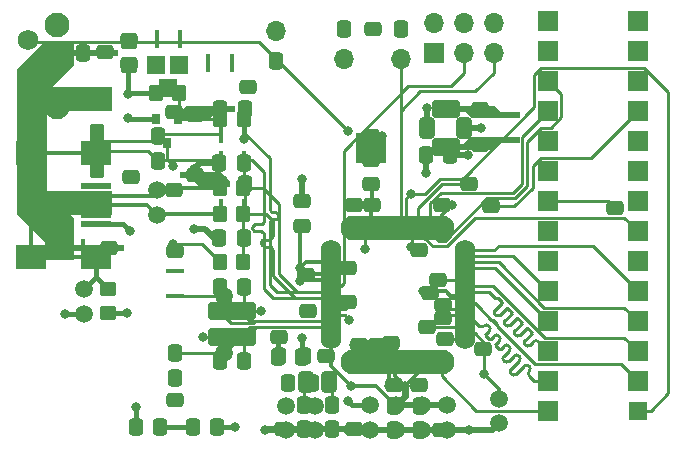
<source format=gbr>
<<<<<<< Updated upstream
G04 #@! TF.GenerationSoftware,KiCad,Pcbnew,6.0.2-378541a8eb~116~ubuntu20.04.1*
G04 #@! TF.CreationDate,2022-02-17T23:44:55+01:00*
=======
G04 #@! TF.GenerationSoftware,KiCad,Pcbnew,6.0.11-2627ca5db0~126~ubuntu22.04.1*
G04 #@! TF.CreationDate,2023-07-01T01:01:39+02:00*
>>>>>>> Stashed changes
G04 #@! TF.ProjectId,minimig-arm-controller-0805,6d696e69-6d69-4672-9d61-726d2d636f6e,rev?*
G04 #@! TF.SameCoordinates,Original*
G04 #@! TF.FileFunction,Copper,L1,Top*
G04 #@! TF.FilePolarity,Positive*
%FSLAX46Y46*%
G04 Gerber Fmt 4.6, Leading zero omitted, Abs format (unit mm)*
<<<<<<< Updated upstream
G04 Created by KiCad (PCBNEW 6.0.2-378541a8eb~116~ubuntu20.04.1) date 2022-02-17 23:44:55*
=======
G04 Created by KiCad (PCBNEW 6.0.11-2627ca5db0~126~ubuntu22.04.1) date 2023-07-01 01:01:39*
>>>>>>> Stashed changes
%MOMM*%
%LPD*%
G01*
G04 APERTURE LIST*
G04 Aperture macros list*
%AMRoundRect*
0 Rectangle with rounded corners*
0 $1 Rounding radius*
0 $2 $3 $4 $5 $6 $7 $8 $9 X,Y pos of 4 corners*
0 Add a 4 corners polygon primitive as box body*
4,1,4,$2,$3,$4,$5,$6,$7,$8,$9,$2,$3,0*
0 Add four circle primitives for the rounded corners*
1,1,$1+$1,$2,$3*
1,1,$1+$1,$4,$5*
1,1,$1+$1,$6,$7*
1,1,$1+$1,$8,$9*
0 Add four rect primitives between the rounded corners*
20,1,$1+$1,$2,$3,$4,$5,0*
20,1,$1+$1,$4,$5,$6,$7,0*
20,1,$1+$1,$6,$7,$8,$9,0*
20,1,$1+$1,$8,$9,$2,$3,0*%
G04 Aperture macros list end*
<<<<<<< Updated upstream
G04 #@! TA.AperFunction,SMDPad,CuDef*
%ADD10RoundRect,0.075000X0.075000X-0.700000X0.075000X0.700000X-0.075000X0.700000X-0.075000X-0.700000X0*%
G04 #@! TD*
G04 #@! TA.AperFunction,SMDPad,CuDef*
%ADD11RoundRect,0.075000X0.700000X-0.075000X0.700000X0.075000X-0.700000X0.075000X-0.700000X-0.075000X0*%
G04 #@! TD*
G04 #@! TA.AperFunction,ComponentPad*
%ADD12R,1.600000X1.600000*%
G04 #@! TD*
G04 #@! TA.AperFunction,ComponentPad*
%ADD13O,1.600000X1.600000*%
G04 #@! TD*
G04 #@! TA.AperFunction,ComponentPad*
%ADD14R,1.700000X1.700000*%
G04 #@! TD*
G04 #@! TA.AperFunction,ComponentPad*
%ADD15O,1.700000X1.700000*%
G04 #@! TD*
G04 #@! TA.AperFunction,SMDPad,CuDef*
%ADD16RoundRect,0.250000X-0.475000X0.337500X-0.475000X-0.337500X0.475000X-0.337500X0.475000X0.337500X0*%
=======
G04 #@! TA.AperFunction,ComponentPad*
%ADD10C,2.100000*%
G04 #@! TD*
G04 #@! TA.AperFunction,ComponentPad*
%ADD11C,1.750000*%
G04 #@! TD*
G04 #@! TA.AperFunction,SMDPad,CuDef*
%ADD12RoundRect,0.250000X0.450000X-0.350000X0.450000X0.350000X-0.450000X0.350000X-0.450000X-0.350000X0*%
G04 #@! TD*
G04 #@! TA.AperFunction,ComponentPad*
%ADD13R,1.700000X1.700000*%
G04 #@! TD*
G04 #@! TA.AperFunction,ComponentPad*
%ADD14O,1.700000X1.700000*%
G04 #@! TD*
G04 #@! TA.AperFunction,SMDPad,CuDef*
%ADD15RoundRect,0.250000X0.337500X0.475000X-0.337500X0.475000X-0.337500X-0.475000X0.337500X-0.475000X0*%
G04 #@! TD*
G04 #@! TA.AperFunction,SMDPad,CuDef*
%ADD16RoundRect,0.250000X-0.337500X-0.475000X0.337500X-0.475000X0.337500X0.475000X-0.337500X0.475000X0*%
G04 #@! TD*
G04 #@! TA.AperFunction,SMDPad,CuDef*
%ADD17RoundRect,0.250000X0.412500X0.650000X-0.412500X0.650000X-0.412500X-0.650000X0.412500X-0.650000X0*%
>>>>>>> Stashed changes
G04 #@! TD*
G04 #@! TA.AperFunction,SMDPad,CuDef*
%ADD18R,1.200000X1.400000*%
G04 #@! TD*
G04 #@! TA.AperFunction,SMDPad,CuDef*
<<<<<<< Updated upstream
%ADD18RoundRect,0.250000X0.925000X-0.500000X0.925000X0.500000X-0.925000X0.500000X-0.925000X-0.500000X0*%
G04 #@! TD*
G04 #@! TA.AperFunction,SMDPad,CuDef*
%ADD19RoundRect,0.250000X0.475000X-0.337500X0.475000X0.337500X-0.475000X0.337500X-0.475000X-0.337500X0*%
G04 #@! TD*
G04 #@! TA.AperFunction,SMDPad,CuDef*
%ADD20RoundRect,0.249999X0.350001X0.450001X-0.350001X0.450001X-0.350001X-0.450001X0.350001X-0.450001X0*%
=======
%ADD19RoundRect,0.075000X0.700000X-0.075000X0.700000X0.075000X-0.700000X0.075000X-0.700000X-0.075000X0*%
G04 #@! TD*
G04 #@! TA.AperFunction,SMDPad,CuDef*
%ADD20RoundRect,0.075000X0.075000X-0.700000X0.075000X0.700000X-0.075000X0.700000X-0.075000X-0.700000X0*%
G04 #@! TD*
G04 #@! TA.AperFunction,ComponentPad*
%ADD21R,1.600000X1.600000*%
G04 #@! TD*
G04 #@! TA.AperFunction,ComponentPad*
%ADD22O,1.600000X1.600000*%
G04 #@! TD*
G04 #@! TA.AperFunction,SMDPad,CuDef*
%ADD23RoundRect,0.250000X-0.475000X0.337500X-0.475000X-0.337500X0.475000X-0.337500X0.475000X0.337500X0*%
>>>>>>> Stashed changes
G04 #@! TD*
G04 #@! TA.AperFunction,SMDPad,CuDef*
%ADD24RoundRect,0.249999X-0.350001X-0.450001X0.350001X-0.450001X0.350001X0.450001X-0.350001X0.450001X0*%
G04 #@! TD*
G04 #@! TA.AperFunction,SMDPad,CuDef*
<<<<<<< Updated upstream
%ADD22RoundRect,0.250000X0.337500X0.475000X-0.337500X0.475000X-0.337500X-0.475000X0.337500X-0.475000X0*%
G04 #@! TD*
G04 #@! TA.AperFunction,ComponentPad*
%ADD23C,1.500000*%
G04 #@! TD*
G04 #@! TA.AperFunction,SMDPad,CuDef*
%ADD24RoundRect,0.250000X-0.337500X-0.475000X0.337500X-0.475000X0.337500X0.475000X-0.337500X0.475000X0*%
G04 #@! TD*
G04 #@! TA.AperFunction,SMDPad,CuDef*
%ADD25R,2.500000X0.500000*%
G04 #@! TD*
G04 #@! TA.AperFunction,SMDPad,CuDef*
%ADD26R,2.500000X2.000000*%
G04 #@! TD*
G04 #@! TA.AperFunction,ViaPad*
%ADD27C,0.800000*%
G04 #@! TD*
G04 #@! TA.AperFunction,Conductor*
%ADD28C,0.250000*%
G04 #@! TD*
G04 #@! TA.AperFunction,Conductor*
%ADD29C,0.500000*%
G04 #@! TD*
G04 #@! TA.AperFunction,Conductor*
%ADD30C,0.400000*%
G04 #@! TD*
G04 APERTURE END LIST*
D10*
G04 #@! TO.P,U1,1,ADREF*
G04 #@! TO.N,GND*
X130917000Y-51823000D03*
G04 #@! TO.P,U1,2,GND*
X131417000Y-51823000D03*
G04 #@! TO.P,U1,3,AD4*
X131917000Y-51823000D03*
G04 #@! TO.P,U1,4,AD5*
X132417000Y-51823000D03*
G04 #@! TO.P,U1,5,AD6*
X132917000Y-51823000D03*
G04 #@! TO.P,U1,6,AD7*
X133417000Y-51823000D03*
G04 #@! TO.P,U1,7,VDDIN*
G04 #@! TO.N,VDDIN*
X133917000Y-51823000D03*
G04 #@! TO.P,U1,8,VDDOUT*
G04 #@! TO.N,VDDCORE*
X134417000Y-51823000D03*
G04 #@! TO.P,U1,9,PA17/AD0*
G04 #@! TO.N,unconnected-(U1-Pad9)*
X134917000Y-51823000D03*
G04 #@! TO.P,U1,10,PA18/AD1*
G04 #@! TO.N,unconnected-(U1-Pad10)*
X135417000Y-51823000D03*
G04 #@! TO.P,U1,11,PA21*
G04 #@! TO.N,unconnected-(U1-Pad11)*
X135917000Y-51823000D03*
G04 #@! TO.P,U1,12,VDDCORE*
G04 #@! TO.N,VDDCORE*
X136417000Y-51823000D03*
G04 #@! TO.P,U1,13,PA19/AD2*
G04 #@! TO.N,unconnected-(U1-Pad13)*
X136917000Y-51823000D03*
G04 #@! TO.P,U1,14,PA22*
G04 #@! TO.N,unconnected-(U1-Pad14)*
X137417000Y-51823000D03*
G04 #@! TO.P,U1,15,PA23*
G04 #@! TO.N,unconnected-(U1-Pad15)*
X137917000Y-51823000D03*
G04 #@! TO.P,U1,16,PA20/AD3*
G04 #@! TO.N,DIN*
X138417000Y-51823000D03*
D11*
G04 #@! TO.P,U1,17,GND*
G04 #@! TO.N,GND*
X140342000Y-49898000D03*
G04 #@! TO.P,U1,18,VDDIO*
G04 #@! TO.N,VDDIN*
X140342000Y-49398000D03*
G04 #@! TO.P,U1,19,PA16*
G04 #@! TO.N,USB_PULLUP*
X140342000Y-48898000D03*
G04 #@! TO.P,U1,20,PA15*
G04 #@! TO.N,FPGA2*
X140342000Y-48398000D03*
G04 #@! TO.P,U1,21,PA14*
G04 #@! TO.N,SCK*
X140342000Y-47898000D03*
G04 #@! TO.P,U1,22,PA13*
G04 #@! TO.N,SDO*
X140342000Y-47398000D03*
G04 #@! TO.P,U1,23,PA24*
G04 #@! TO.N,CLKEN*
X140342000Y-46898000D03*
G04 #@! TO.P,U1,24,VDDCORE*
G04 #@! TO.N,VDDCORE*
X140342000Y-46398000D03*
G04 #@! TO.P,U1,25,PA25*
G04 #@! TO.N,FPGA1*
X140342000Y-45898000D03*
G04 #@! TO.P,U1,26,PA26*
G04 #@! TO.N,FPGA0*
X140342000Y-45398000D03*
G04 #@! TO.P,U1,27,PA12*
G04 #@! TO.N,SDI*
X140342000Y-44898000D03*
G04 #@! TO.P,U1,28,PA11*
G04 #@! TO.N,unconnected-(U1-Pad28)*
X140342000Y-44398000D03*
G04 #@! TO.P,U1,29,PA10*
G04 #@! TO.N,DISKLED*
X140342000Y-43898000D03*
G04 #@! TO.P,U1,30,PA9*
G04 #@! TO.N,PROG*
X140342000Y-43398000D03*
G04 #@! TO.P,U1,31,PA8*
G04 #@! TO.N,DONE*
X140342000Y-42898000D03*
G04 #@! TO.P,U1,32,PA7*
G04 #@! TO.N,INIT*
X140342000Y-42398000D03*
D10*
G04 #@! TO.P,U1,33,TDI*
G04 #@! TO.N,VDDIN*
X138417000Y-40473000D03*
G04 #@! TO.P,U1,34,PA6*
G04 #@! TO.N,TXD*
X137917000Y-40473000D03*
G04 #@! TO.P,U1,35,PA5*
G04 #@! TO.N,RXD*
X137417000Y-40473000D03*
G04 #@! TO.P,U1,36,PA4*
G04 #@! TO.N,CCLK*
X136917000Y-40473000D03*
G04 #@! TO.P,U1,37,PA27*
G04 #@! TO.N,MMC_SEL*
X136417000Y-40473000D03*
G04 #@! TO.P,U1,38,PA28*
G04 #@! TO.N,BUTTON*
X135917000Y-40473000D03*
G04 #@! TO.P,U1,39,NRST*
G04 #@! TO.N,MCLR*
X135417000Y-40473000D03*
G04 #@! TO.P,U1,40,TST*
G04 #@! TO.N,TST*
X134917000Y-40473000D03*
G04 #@! TO.P,U1,41,PA29*
G04 #@! TO.N,unconnected-(U1-Pad41)*
X134417000Y-40473000D03*
G04 #@! TO.P,U1,42,PA30*
G04 #@! TO.N,unconnected-(U1-Pad42)*
X133917000Y-40473000D03*
G04 #@! TO.P,U1,43,PA3*
G04 #@! TO.N,unconnected-(U1-Pad43)*
X133417000Y-40473000D03*
G04 #@! TO.P,U1,44,PA2*
G04 #@! TO.N,unconnected-(U1-Pad44)*
X132917000Y-40473000D03*
G04 #@! TO.P,U1,45,VDDIO*
G04 #@! TO.N,VDDIN*
X132417000Y-40473000D03*
G04 #@! TO.P,U1,46,GND*
G04 #@! TO.N,GND*
X131917000Y-40473000D03*
G04 #@! TO.P,U1,47,PA1*
G04 #@! TO.N,unconnected-(U1-Pad47)*
X131417000Y-40473000D03*
G04 #@! TO.P,U1,48,PA0*
G04 #@! TO.N,unconnected-(U1-Pad48)*
X130917000Y-40473000D03*
D11*
G04 #@! TO.P,U1,49,TDO*
G04 #@! TO.N,unconnected-(U1-Pad49)*
X128992000Y-42398000D03*
G04 #@! TO.P,U1,50,JTAGSEL*
G04 #@! TO.N,unconnected-(U1-Pad50)*
X128992000Y-42898000D03*
G04 #@! TO.P,U1,51,TMS*
G04 #@! TO.N,VDDIN*
X128992000Y-43398000D03*
G04 #@! TO.P,U1,52,PA31*
G04 #@! TO.N,unconnected-(U1-Pad52)*
X128992000Y-43898000D03*
G04 #@! TO.P,U1,53,TCK*
G04 #@! TO.N,VDDIN*
X128992000Y-44398000D03*
G04 #@! TO.P,U1,54,VDDCORE*
G04 #@! TO.N,VDDCORE*
X128992000Y-44898000D03*
G04 #@! TO.P,U1,55,ERASE*
G04 #@! TO.N,ERASE*
X128992000Y-45398000D03*
G04 #@! TO.P,U1,56,DDM*
G04 #@! TO.N,DDM*
X128992000Y-45898000D03*
G04 #@! TO.P,U1,57,DPP*
G04 #@! TO.N,DDP*
X128992000Y-46398000D03*
G04 #@! TO.P,U1,58,VDDIO*
G04 #@! TO.N,VDDIN*
X128992000Y-46898000D03*
G04 #@! TO.P,U1,59,VDDFLASH*
X128992000Y-47398000D03*
G04 #@! TO.P,U1,60,GND*
G04 #@! TO.N,GND*
X128992000Y-47898000D03*
G04 #@! TO.P,U1,61,XOUT*
G04 #@! TO.N,Net-(C18-Pad1)*
X128992000Y-48398000D03*
G04 #@! TO.P,U1,62,XIN*
G04 #@! TO.N,Net-(C9-Pad1)*
X128992000Y-48898000D03*
G04 #@! TO.P,U1,63,PLLRC*
G04 #@! TO.N,Net-(C1-Pad1)*
X128992000Y-49398000D03*
G04 #@! TO.P,U1,64,VDDPLL*
G04 #@! TO.N,VDDCORE*
X128992000Y-49898000D03*
G04 #@! TD*
D12*
G04 #@! TO.P,U2,1,~{MCLR}/VPP*
G04 #@! TO.N,MCLR*
X155000000Y-56000000D03*
D13*
G04 #@! TO.P,U2,2,RA0/AN0*
G04 #@! TO.N,CLKEN*
X155000000Y-53460000D03*
G04 #@! TO.P,U2,3,RA1/AN1*
G04 #@! TO.N,FPGA0*
X155000000Y-50920000D03*
G04 #@! TO.P,U2,4,RA2/AN2*
G04 #@! TO.N,PROG*
X155000000Y-48380000D03*
G04 #@! TO.P,U2,5,RA3/AN3*
G04 #@! TO.N,INIT*
X155000000Y-45840000D03*
G04 #@! TO.P,U2,6,RA4/T0CKI*
G04 #@! TO.N,unconnected-(U2-Pad6)*
X155000000Y-43300000D03*
G04 #@! TO.P,U2,7,RA5/AN4*
G04 #@! TO.N,CCLK*
X155000000Y-40760000D03*
G04 #@! TO.P,U2,8,VSS*
G04 #@! TO.N,GND*
X155000000Y-38220000D03*
G04 #@! TO.P,U2,9,OSC1/CLKI*
G04 #@! TO.N,unconnected-(U2-Pad9)*
X155000000Y-35680000D03*
G04 #@! TO.P,U2,10,OSC2/CLKO*
G04 #@! TO.N,unconnected-(U2-Pad10)*
X155000000Y-33140000D03*
G04 #@! TO.P,U2,11,RC0/T1OSO*
G04 #@! TO.N,MMC_SEL*
X155000000Y-30600000D03*
G04 #@! TO.P,U2,12,RC1/T1OSI*
G04 #@! TO.N,unconnected-(U2-Pad12)*
X155000000Y-28060000D03*
G04 #@! TO.P,U2,13,RC2/CCP1*
G04 #@! TO.N,unconnected-(U2-Pad13)*
X155000000Y-25520000D03*
G04 #@! TO.P,U2,14,RC3/SCL*
G04 #@! TO.N,SCK*
X155000000Y-22980000D03*
G04 #@! TO.P,U2,15,RC4/SDA*
G04 #@! TO.N,SDI*
X147380000Y-22980000D03*
G04 #@! TO.P,U2,16,RC5/SDO*
G04 #@! TO.N,SDO*
X147380000Y-25520000D03*
G04 #@! TO.P,U2,17,RC6/TX/CK*
G04 #@! TO.N,TXD*
X147380000Y-28060000D03*
G04 #@! TO.P,U2,18,RC7/RX/DT*
G04 #@! TO.N,RXD*
X147380000Y-30600000D03*
G04 #@! TO.P,U2,19,VSS*
G04 #@! TO.N,GND*
X147380000Y-33140000D03*
G04 #@! TO.P,U2,20,VDD*
G04 #@! TO.N,VDDIN*
X147380000Y-35680000D03*
G04 #@! TO.P,U2,21,RB0/INT*
G04 #@! TO.N,BUTTON*
X147380000Y-38220000D03*
G04 #@! TO.P,U2,22,RB1*
G04 #@! TO.N,unconnected-(U2-Pad22)*
X147380000Y-40760000D03*
G04 #@! TO.P,U2,23,RB2*
G04 #@! TO.N,unconnected-(U2-Pad23)*
X147380000Y-43300000D03*
G04 #@! TO.P,U2,24,RB3/PGM*
G04 #@! TO.N,DONE*
X147380000Y-45840000D03*
G04 #@! TO.P,U2,25,RB4*
G04 #@! TO.N,DISKLED*
X147380000Y-48380000D03*
G04 #@! TO.P,U2,26,RB5*
G04 #@! TO.N,FPGA1*
X147380000Y-50920000D03*
G04 #@! TO.P,U2,27,RB6/PGC*
G04 #@! TO.N,FPGA2*
X147380000Y-53460000D03*
G04 #@! TO.P,U2,28,RB7/PGD*
G04 #@! TO.N,DIN*
X147380000Y-56000000D03*
G04 #@! TD*
D14*
G04 #@! TO.P,JP1,1,Pin_1*
G04 #@! TO.N,ERASE*
X130120400Y-26234400D03*
D15*
G04 #@! TO.P,JP1,2,Pin_2*
G04 #@! TO.N,VDDIN*
X130120400Y-23694400D03*
G04 #@! TD*
D14*
G04 #@! TO.P,JP2,1,Pin_1*
G04 #@! TO.N,TST*
X134946400Y-26234400D03*
D15*
G04 #@! TO.P,JP2,2,Pin_2*
G04 #@! TO.N,VDDIN*
X134946400Y-23694400D03*
G04 #@! TD*
D16*
G04 #@! TO.P,C2,1*
G04 #@! TO.N,Net-(C2-Pad1)*
X126704500Y-55485000D03*
G04 #@! TO.P,C2,2*
G04 #@! TO.N,GND*
X126704500Y-57560000D03*
G04 #@! TD*
D17*
G04 #@! TO.P,R1,1*
G04 #@! TO.N,Net-(C2-Pad1)*
X126878500Y-53579900D03*
G04 #@! TO.P,R1,2*
G04 #@! TO.N,Net-(C1-Pad1)*
X128878500Y-53579900D03*
G04 #@! TD*
D18*
G04 #@! TO.P,C4,1*
G04 #@! TO.N,VDDIN*
X138794500Y-33676000D03*
G04 #@! TO.P,C4,2*
G04 #@! TO.N,GND*
X138794500Y-30426000D03*
G04 #@! TD*
D19*
G04 #@! TO.P,C5,1*
G04 #@! TO.N,VDDIN*
X143747500Y-33025000D03*
G04 #@! TO.P,C5,2*
G04 #@! TO.N,GND*
X143747500Y-30950000D03*
G04 #@! TD*
D20*
G04 #@! TO.P,R6,1*
G04 #@! TO.N,USB_PULLUP*
X120637500Y-26570000D03*
G04 #@! TO.P,R6,2*
G04 #@! TO.N,Net-(Q1-Pad1)*
X118637500Y-26570000D03*
G04 #@! TD*
G04 #@! TO.P,R3,1*
G04 #@! TO.N,DDP*
X121679500Y-34718000D03*
G04 #@! TO.P,R3,2*
G04 #@! TO.N,USB_DP*
X119679500Y-34718000D03*
G04 #@! TD*
G04 #@! TO.P,R7,1*
G04 #@! TO.N,DDP*
X121679500Y-38782000D03*
G04 #@! TO.P,R7,2*
G04 #@! TO.N,Net-(Q1-Pad3)*
X119679500Y-38782000D03*
G04 #@! TD*
D21*
G04 #@! TO.P,Q1,1,B*
G04 #@! TO.N,Net-(Q1-Pad1)*
X116142500Y-26687000D03*
G04 #@! TO.P,Q1,2,E*
G04 #@! TO.N,VDDIN*
X114242500Y-26687000D03*
G04 #@! TO.P,Q1,3,C*
G04 #@! TO.N,Net-(Q1-Pad3)*
X115192500Y-28687000D03*
G04 #@! TD*
D22*
G04 #@! TO.P,C12,1*
G04 #@! TO.N,DDP*
X121717000Y-36750000D03*
G04 #@! TO.P,C12,2*
G04 #@! TO.N,GND*
X119642000Y-36750000D03*
G04 #@! TD*
D20*
G04 #@! TO.P,R2,1*
G04 #@! TO.N,DDM*
X121679500Y-32515500D03*
G04 #@! TO.P,R2,2*
G04 #@! TO.N,USB_DM*
X119679500Y-32515500D03*
G04 #@! TD*
G04 #@! TO.P,R5,1*
G04 #@! TO.N,Net-(Q1-Pad1)*
X116262500Y-24512000D03*
G04 #@! TO.P,R5,2*
G04 #@! TO.N,VDDIN*
X114262500Y-24512000D03*
G04 #@! TD*
D16*
G04 #@! TO.P,C9,1*
G04 #@! TO.N,Net-(C9-Pad1)*
X115780000Y-51102500D03*
G04 #@! TO.P,C9,2*
G04 #@! TO.N,GND*
X115780000Y-53177500D03*
G04 #@! TD*
D19*
G04 #@! TO.P,C18,1*
G04 #@! TO.N,Net-(C18-Pad1)*
X115780000Y-46227500D03*
G04 #@! TO.P,C18,2*
G04 #@! TO.N,GND*
X115780000Y-44152500D03*
G04 #@! TD*
D23*
G04 #@! TO.P,X1,1,1*
G04 #@! TO.N,Net-(C9-Pad1)*
X119980000Y-51110000D03*
G04 #@! TO.P,X1,2,2*
G04 #@! TO.N,Net-(C18-Pad1)*
X119980000Y-46230000D03*
G04 #@! TD*
D16*
G04 #@! TO.P,C1,1*
G04 #@! TO.N,Net-(C1-Pad1)*
X129148500Y-55485000D03*
G04 #@! TO.P,C1,2*
G04 #@! TO.N,GND*
X129148500Y-57560000D03*
G04 #@! TD*
D22*
G04 #@! TO.P,C6,2*
G04 #@! TO.N,GND*
X124635000Y-51350000D03*
G04 #@! TO.P,C6,1*
G04 #@! TO.N,VDDCORE*
X126710000Y-51350000D03*
G04 #@! TD*
D16*
G04 #@! TO.P,C7,2*
G04 #@! TO.N,GND*
X134396400Y-57637500D03*
G04 #@! TO.P,C7,1*
G04 #@! TO.N,VDDCORE*
X134396400Y-55562500D03*
G04 #@! TD*
G04 #@! TO.P,C8,2*
G04 #@! TO.N,GND*
X136530000Y-57637500D03*
G04 #@! TO.P,C8,1*
G04 #@! TO.N,VDDCORE*
X136530000Y-55562500D03*
G04 #@! TD*
D19*
G04 #@! TO.P,C16,1*
G04 #@! TO.N,VDDIN*
X132406400Y-36822300D03*
G04 #@! TO.P,C16,2*
G04 #@! TO.N,GND*
X132406400Y-34747300D03*
G04 #@! TD*
D14*
G04 #@! TO.P,J1,1,Pin_1*
G04 #@! TO.N,VDDIN*
X124380000Y-23796000D03*
D15*
G04 #@! TO.P,J1,2,Pin_2*
G04 #@! TO.N,GND*
X124380000Y-26336000D03*
G04 #@! TD*
D24*
G04 #@! TO.P,C13,1*
G04 #@! TO.N,SHIELD*
X105989500Y-25721000D03*
G04 #@! TO.P,C13,2*
G04 #@! TO.N,GND*
X108064500Y-25721000D03*
G04 #@! TD*
D16*
G04 #@! TO.P,C10,1*
G04 #@! TO.N,USB_DM*
X114347000Y-32728000D03*
G04 #@! TO.P,C10,2*
G04 #@! TO.N,USB_DP*
X114347000Y-34803000D03*
G04 #@! TD*
D20*
G04 #@! TO.P,R4,1*
G04 #@! TO.N,GND*
X108027000Y-42231000D03*
G04 #@! TO.P,R4,2*
G04 #@! TO.N,SHIELD*
X106027000Y-42231000D03*
G04 #@! TD*
D22*
G04 #@! TO.P,C11,1*
G04 #@! TO.N,DDM*
X121717000Y-30400000D03*
G04 #@! TO.P,C11,2*
G04 #@! TO.N,GND*
X119642000Y-30400000D03*
G04 #@! TD*
D25*
G04 #@! TO.P,CN1,1,VBUS*
G04 #@! TO.N,unconnected-(CN1-Pad1)*
X109200000Y-32376000D03*
G04 #@! TO.P,CN1,2,D-*
G04 #@! TO.N,USB_DM*
X109200000Y-33176000D03*
G04 #@! TO.P,CN1,3,D+*
G04 #@! TO.N,USB_DP*
X109200000Y-33976000D03*
G04 #@! TO.P,CN1,4,ID*
G04 #@! TO.N,unconnected-(CN1-Pad4)*
X109200000Y-34776000D03*
G04 #@! TO.P,CN1,5,GND*
G04 #@! TO.N,GND*
X109200000Y-35576000D03*
D26*
G04 #@! TO.P,CN1,6,Shield*
G04 #@! TO.N,SHIELD*
X103700000Y-38376000D03*
X109200000Y-38376000D03*
X103700000Y-29576000D03*
X109200000Y-29576000D03*
G04 #@! TD*
D27*
G04 #@! TO.N,VDDIN*
X141920000Y-50750000D03*
G04 #@! TO.N,BUTTON*
X136500000Y-42350000D03*
G04 #@! TO.N,VDDCORE*
X126900000Y-44480000D03*
G04 #@! TO.N,GND*
X132907500Y-50402500D03*
X131430000Y-50402500D03*
G04 #@! TO.N,VDDCORE*
X136460000Y-53810000D03*
G04 #@! TO.N,GND*
X124644500Y-49700000D03*
X130986500Y-57543500D03*
G04 #@! TO.N,VDDIN*
X130440000Y-46790000D03*
X134096918Y-50215374D03*
G04 #@! TO.N,GND*
X127120000Y-47570000D03*
X138700000Y-49890000D03*
X117522000Y-35988000D03*
X130990000Y-38540000D03*
X124936500Y-57553500D03*
X141652000Y-30400000D03*
X117522000Y-30908000D03*
X112086400Y-36191200D03*
X115780000Y-55040000D03*
X115780000Y-42420000D03*
X110257600Y-42236400D03*
X132406400Y-32686000D03*
X109851200Y-25624800D03*
X138358800Y-57616000D03*
G04 #@! TO.N,BUTTON*
X153031200Y-38782000D03*
G04 #@! TO.N,MMC_SEL*
X142596404Y-38687010D03*
X140737600Y-36787000D03*
G04 #@! TO.N,SDO*
X138502400Y-47011600D03*
G04 #@! TO.N,SCK*
X138502400Y-48129200D03*
G04 #@! TO.N,Net-(Q1-Pad3)*
X115744000Y-37258000D03*
X115744000Y-30654000D03*
G04 #@! TO.N,USB_PULLUP*
X137130800Y-48891200D03*
X122000000Y-28570000D03*
G04 #@! TO.N,VDDIN*
X138413500Y-38528000D03*
X132508000Y-38528000D03*
X141652000Y-33448000D03*
X111934000Y-24558000D03*
X132558800Y-23694400D03*
X111934000Y-26590000D03*
X130440000Y-43900000D03*
G04 #@! TO.N,SDI*
X138096000Y-44878000D03*
G04 #@! TO.N,VDDCORE*
X128590000Y-51320000D03*
X134400000Y-53830000D03*
X137430000Y-45970000D03*
G04 #@! TD*
D28*
G04 #@! TO.N,DIN*
X147380000Y-56000000D02*
X141230000Y-56000000D01*
X141230000Y-56000000D02*
X138417000Y-53187000D01*
X138417000Y-53187000D02*
X138417000Y-51823000D01*
G04 #@! TO.N,MCLR*
X155000000Y-56000000D02*
X153875489Y-54875489D01*
X153875489Y-54875489D02*
X143695489Y-54875489D01*
X143695489Y-54875489D02*
X139480000Y-50660000D01*
X137874986Y-50660000D02*
X139480000Y-50660000D01*
X135417000Y-40473000D02*
X135417000Y-48202014D01*
X135417000Y-48202014D02*
X137874986Y-50660000D01*
G04 #@! TO.N,CCLK*
X155000000Y-40760000D02*
X153875489Y-41884511D01*
X153875489Y-41884511D02*
X138981909Y-41884511D01*
X138981909Y-41884511D02*
X138843890Y-42022530D01*
X138843890Y-42022530D02*
X137626524Y-42022530D01*
X136917000Y-41313006D02*
X136917000Y-40473000D01*
X137626524Y-42022530D02*
X136917000Y-41313006D01*
G04 #@! TO.N,INIT*
X140342000Y-42398000D02*
X144887700Y-42398000D01*
X144887700Y-42398000D02*
X147179700Y-44690000D01*
X147179700Y-44690000D02*
X153850000Y-44690000D01*
X153850000Y-44690000D02*
X155000000Y-45840000D01*
G04 #@! TO.N,DONE*
X140342000Y-42898000D02*
X140353500Y-42909500D01*
X140353500Y-42909500D02*
X143729500Y-42909500D01*
X143729500Y-42909500D02*
X146660000Y-45840000D01*
X146660000Y-45840000D02*
X147380000Y-45840000D01*
G04 #@! TO.N,GND*
X140342000Y-49898000D02*
X138708000Y-49898000D01*
G04 #@! TO.N,VDDIN*
X141920000Y-50135994D02*
X141920000Y-50750000D01*
X141182006Y-49398000D02*
X141920000Y-50135994D01*
X140342000Y-49398000D02*
X141182006Y-49398000D01*
G04 #@! TO.N,USB_PULLUP*
X122000000Y-28570000D02*
X122000000Y-27932500D01*
X122000000Y-27932500D02*
X120637500Y-26570000D01*
G04 #@! TO.N,Net-(Q1-Pad1)*
X116142500Y-26687000D02*
X118520500Y-26687000D01*
X118520500Y-26687000D02*
X118637500Y-26570000D01*
G04 #@! TO.N,BUTTON*
X135917000Y-40473000D02*
X135917000Y-41767000D01*
X135917000Y-41767000D02*
X136500000Y-42350000D01*
G04 #@! TO.N,VDDCORE*
X137430000Y-45970000D02*
X138883200Y-45970000D01*
X138883200Y-45970000D02*
X139286210Y-46373010D01*
G04 #@! TO.N,ERASE*
X128992000Y-45398000D02*
X126793386Y-45398000D01*
X126793386Y-45398000D02*
X126175489Y-44780103D01*
X126175489Y-44780103D02*
X126175489Y-30179311D01*
X126175489Y-30179311D02*
X130120400Y-26234400D01*
G04 #@! TO.N,VDDCORE*
X128992000Y-44898000D02*
X127318000Y-44898000D01*
X127318000Y-44898000D02*
X126900000Y-44480000D01*
G04 #@! TO.N,VDDIN*
X128992000Y-44398000D02*
X129942000Y-44398000D01*
X129942000Y-44398000D02*
X130440000Y-43900000D01*
X128992000Y-43398000D02*
X129938000Y-43398000D01*
X129938000Y-43398000D02*
X130440000Y-43900000D01*
G04 #@! TO.N,GND*
X131917000Y-40473000D02*
X131917000Y-39467000D01*
X131917000Y-39467000D02*
X130990000Y-38540000D01*
G04 #@! TO.N,Net-(C1-Pad1)*
X128878500Y-53579900D02*
X130091520Y-52366880D01*
X130091520Y-52366880D02*
X130091520Y-49651520D01*
X130091520Y-49651520D02*
X129838000Y-49398000D01*
X129838000Y-49398000D02*
X128992000Y-49398000D01*
G04 #@! TO.N,VDDCORE*
X128590000Y-51320000D02*
X128590000Y-50300000D01*
X128590000Y-50300000D02*
X128992000Y-49898000D01*
X126710000Y-51350000D02*
X128560000Y-51350000D01*
X128560000Y-51350000D02*
X128590000Y-51320000D01*
G04 #@! TO.N,MMC_SEL*
X151045001Y-34554999D02*
X146839999Y-34554999D01*
X146839999Y-34554999D02*
X146108018Y-35286980D01*
X146108018Y-35286980D02*
X146108018Y-37122802D01*
X155000000Y-30600000D02*
X151045001Y-34554999D01*
G04 #@! TO.N,TXD*
X147630003Y-32014999D02*
X146839999Y-32014999D01*
X148505001Y-31140001D02*
X147630003Y-32014999D01*
X146839999Y-32014999D02*
X145658010Y-33196988D01*
X145658010Y-33196988D02*
X145658009Y-36936401D01*
X147380000Y-28060000D02*
X148505001Y-29185001D01*
X144632400Y-37962010D02*
X142268692Y-37962010D01*
X142268692Y-37962010D02*
X138657692Y-41573010D01*
X148505001Y-29185001D02*
X148505001Y-31140001D01*
X138657692Y-41573010D02*
X138176308Y-41573010D01*
X145658009Y-36936401D02*
X144632400Y-37962010D01*
X138176308Y-41573010D02*
X137917000Y-41313702D01*
X137917000Y-41313702D02*
X137917000Y-40473000D01*
G04 #@! TO.N,GND*
X132907500Y-50402500D02*
X132000000Y-50402500D01*
X124644500Y-49700000D02*
X124644500Y-51340500D01*
G04 #@! TO.N,VDDCORE*
X136530000Y-55562500D02*
X136530000Y-53880000D01*
X136530000Y-53880000D02*
X136460000Y-53810000D01*
X136417000Y-53767000D02*
X136460000Y-53810000D01*
X136417000Y-51823000D02*
X136417000Y-53767000D01*
X134417000Y-51823000D02*
X134417000Y-53813000D01*
X134417000Y-53813000D02*
X134400000Y-53830000D01*
X134396400Y-55562500D02*
X134396400Y-53833600D01*
X134396400Y-53833600D02*
X134400000Y-53830000D01*
D29*
G04 #@! TO.N,GND*
X129148500Y-57560000D02*
X130970000Y-57560000D01*
X136530000Y-57637500D02*
X134396400Y-57637500D01*
X138358800Y-57616000D02*
X136551500Y-57616000D01*
D28*
G04 #@! TO.N,VDDIN*
X130332000Y-46898000D02*
X130440000Y-46790000D01*
X128992000Y-46898000D02*
X130332000Y-46898000D01*
X133917000Y-50395292D02*
X134096918Y-50215374D01*
X133917000Y-51823000D02*
X133917000Y-50395292D01*
G04 #@! TO.N,GND*
X127448000Y-47898000D02*
X127120000Y-47570000D01*
X128992000Y-47898000D02*
X127448000Y-47898000D01*
X132917000Y-51823000D02*
X132917000Y-50494000D01*
=======
%ADD25RoundRect,0.249999X0.350001X0.450001X-0.350001X0.450001X-0.350001X-0.450001X0.350001X-0.450001X0*%
G04 #@! TD*
G04 #@! TA.AperFunction,SMDPad,CuDef*
%ADD26R,0.800000X0.900000*%
G04 #@! TD*
G04 #@! TA.AperFunction,SMDPad,CuDef*
%ADD27RoundRect,0.250000X0.475000X-0.337500X0.475000X0.337500X-0.475000X0.337500X-0.475000X-0.337500X0*%
G04 #@! TD*
G04 #@! TA.AperFunction,SMDPad,CuDef*
%ADD28RoundRect,0.249999X0.450001X-0.350001X0.450001X0.350001X-0.450001X0.350001X-0.450001X-0.350001X0*%
G04 #@! TD*
G04 #@! TA.AperFunction,SMDPad,CuDef*
%ADD29R,2.500000X0.500000*%
G04 #@! TD*
G04 #@! TA.AperFunction,SMDPad,CuDef*
%ADD30R,2.500000X2.000000*%
G04 #@! TD*
G04 #@! TA.AperFunction,ViaPad*
%ADD31C,0.800000*%
G04 #@! TD*
G04 #@! TA.AperFunction,Conductor*
%ADD32C,0.250000*%
G04 #@! TD*
G04 #@! TA.AperFunction,Conductor*
%ADD33C,0.300000*%
G04 #@! TD*
G04 #@! TA.AperFunction,Conductor*
%ADD34C,0.400000*%
G04 #@! TD*
G04 #@! TA.AperFunction,Conductor*
%ADD35C,0.500000*%
G04 #@! TD*
G04 #@! TA.AperFunction,Conductor*
%ADD36C,0.600000*%
G04 #@! TD*
G04 APERTURE END LIST*
D10*
G04 #@! TO.P,SW1,*
G04 #@! TO.N,*
X105822500Y-30305000D03*
X105822500Y-23295000D03*
D11*
G04 #@! TO.P,SW1,1,1*
G04 #@! TO.N,GND*
X103332500Y-29055000D03*
G04 #@! TO.P,SW1,2,2*
G04 #@! TO.N,MCLR*
X103332500Y-24555000D03*
G04 #@! TD*
D12*
G04 #@! TO.P,R9,2*
G04 #@! TO.N,MCLR*
X111930000Y-24770000D03*
G04 #@! TO.P,R9,1*
G04 #@! TO.N,VDDIN*
X111930000Y-26770000D03*
G04 #@! TD*
D13*
G04 #@! TO.P,J1,1,Pin_1*
G04 #@! TO.N,GND*
X137750000Y-25720000D03*
D14*
G04 #@! TO.P,J1,2,Pin_2*
G04 #@! TO.N,VDDIN*
X137750000Y-23180000D03*
G04 #@! TO.P,J1,3,Pin_3*
G04 #@! TO.N,ERASE*
X140290000Y-25720000D03*
G04 #@! TO.P,J1,4,Pin_4*
G04 #@! TO.N,VDDIN*
X140290000Y-23180000D03*
G04 #@! TO.P,J1,5,Pin_5*
G04 #@! TO.N,TST*
X142830000Y-25720000D03*
G04 #@! TO.P,J1,6,Pin_6*
G04 #@! TO.N,VDDIN*
X142830000Y-23180000D03*
G04 #@! TD*
D15*
G04 #@! TO.P,R8,1*
G04 #@! TO.N,VDDIN*
X119387500Y-57370000D03*
G04 #@! TO.P,R8,2*
G04 #@! TO.N,Net-(D1-Pad2)*
X117312500Y-57370000D03*
G04 #@! TD*
D16*
G04 #@! TO.P,D1,2,A*
G04 #@! TO.N,Net-(D1-Pad2)*
X114577500Y-57370000D03*
G04 #@! TO.P,D1,1,K*
G04 #@! TO.N,GND*
X112502500Y-57370000D03*
G04 #@! TD*
D17*
G04 #@! TO.P,C4,1*
G04 #@! TO.N,VDDIN*
X140252500Y-32080000D03*
G04 #@! TO.P,C4,2*
G04 #@! TO.N,GND*
X137127500Y-32080000D03*
G04 #@! TD*
D18*
G04 #@! TO.P,X1,4,4*
G04 #@! TO.N,GND*
X119800000Y-49730000D03*
G04 #@! TO.P,X1,3,3*
G04 #@! TO.N,Net-(U1-Pad61)*
X119800000Y-47530000D03*
G04 #@! TO.P,X1,2,2*
G04 #@! TO.N,GND*
X121500000Y-47530000D03*
G04 #@! TO.P,X1,1,1*
G04 #@! TO.N,Net-(U1-Pad62)*
X121500000Y-49730000D03*
G04 #@! TD*
D19*
G04 #@! TO.P,U1,64,VDDPLL*
G04 #@! TO.N,VDDCORE*
X128992000Y-49898000D03*
G04 #@! TO.P,U1,63,PLLRC*
G04 #@! TO.N,Net-(C1-Pad1)*
X128992000Y-49398000D03*
G04 #@! TO.P,U1,62,XIN*
G04 #@! TO.N,Net-(U1-Pad62)*
X128992000Y-48898000D03*
G04 #@! TO.P,U1,61,XOUT*
G04 #@! TO.N,Net-(U1-Pad61)*
X128992000Y-48398000D03*
G04 #@! TO.P,U1,60,GND*
G04 #@! TO.N,GND*
X128992000Y-47898000D03*
G04 #@! TO.P,U1,59,VDDFLASH*
G04 #@! TO.N,VDDIN*
X128992000Y-47398000D03*
G04 #@! TO.P,U1,58,VDDIO*
X128992000Y-46898000D03*
G04 #@! TO.P,U1,57,DPP*
G04 #@! TO.N,DDP*
X128992000Y-46398000D03*
G04 #@! TO.P,U1,56,DDM*
G04 #@! TO.N,DDM*
X128992000Y-45898000D03*
G04 #@! TO.P,U1,55,ERASE*
G04 #@! TO.N,ERASE*
X128992000Y-45398000D03*
G04 #@! TO.P,U1,54,VDDCORE*
G04 #@! TO.N,VDDCORE*
X128992000Y-44898000D03*
G04 #@! TO.P,U1,53,TCK*
G04 #@! TO.N,VDDIN*
X128992000Y-44398000D03*
G04 #@! TO.P,U1,52,PA31*
G04 #@! TO.N,unconnected-(U1-Pad52)*
X128992000Y-43898000D03*
G04 #@! TO.P,U1,51,TMS*
G04 #@! TO.N,VDDIN*
X128992000Y-43398000D03*
G04 #@! TO.P,U1,50,JTAGSEL*
G04 #@! TO.N,unconnected-(U1-Pad50)*
X128992000Y-42898000D03*
G04 #@! TO.P,U1,49,TDO*
G04 #@! TO.N,unconnected-(U1-Pad49)*
X128992000Y-42398000D03*
D20*
G04 #@! TO.P,U1,48,PA0*
G04 #@! TO.N,unconnected-(U1-Pad48)*
X130917000Y-40473000D03*
G04 #@! TO.P,U1,47,PA1*
G04 #@! TO.N,unconnected-(U1-Pad47)*
X131417000Y-40473000D03*
G04 #@! TO.P,U1,46,GND*
G04 #@! TO.N,GND*
X131917000Y-40473000D03*
G04 #@! TO.P,U1,45,VDDIO*
G04 #@! TO.N,VDDIN*
X132417000Y-40473000D03*
G04 #@! TO.P,U1,44,PA2*
G04 #@! TO.N,unconnected-(U1-Pad44)*
X132917000Y-40473000D03*
G04 #@! TO.P,U1,43,PA3*
G04 #@! TO.N,unconnected-(U1-Pad43)*
X133417000Y-40473000D03*
G04 #@! TO.P,U1,42,PA30*
G04 #@! TO.N,unconnected-(U1-Pad42)*
X133917000Y-40473000D03*
G04 #@! TO.P,U1,41,PA29*
G04 #@! TO.N,unconnected-(U1-Pad41)*
X134417000Y-40473000D03*
G04 #@! TO.P,U1,40,TST*
G04 #@! TO.N,TST*
X134917000Y-40473000D03*
G04 #@! TO.P,U1,39,NRST*
G04 #@! TO.N,MCLR*
X135417000Y-40473000D03*
G04 #@! TO.P,U1,38,PA28*
G04 #@! TO.N,BUTTON*
X135917000Y-40473000D03*
G04 #@! TO.P,U1,37,PA27*
G04 #@! TO.N,MMC_SEL*
X136417000Y-40473000D03*
G04 #@! TO.P,U1,36,PA4*
G04 #@! TO.N,CCLK*
X136917000Y-40473000D03*
G04 #@! TO.P,U1,35,PA5*
G04 #@! TO.N,RXD*
X137417000Y-40473000D03*
G04 #@! TO.P,U1,34,PA6*
G04 #@! TO.N,TXD*
X137917000Y-40473000D03*
G04 #@! TO.P,U1,33,TDI*
G04 #@! TO.N,VDDIN*
X138417000Y-40473000D03*
D19*
G04 #@! TO.P,U1,32,PA7*
G04 #@! TO.N,INIT*
X140342000Y-42398000D03*
G04 #@! TO.P,U1,31,PA8*
G04 #@! TO.N,DONE*
X140342000Y-42898000D03*
G04 #@! TO.P,U1,30,PA9*
G04 #@! TO.N,PROG*
X140342000Y-43398000D03*
G04 #@! TO.P,U1,29,PA10*
G04 #@! TO.N,DISKLED*
X140342000Y-43898000D03*
G04 #@! TO.P,U1,28,PA11*
G04 #@! TO.N,unconnected-(U1-Pad28)*
X140342000Y-44398000D03*
G04 #@! TO.P,U1,27,PA12*
G04 #@! TO.N,SDI*
X140342000Y-44898000D03*
G04 #@! TO.P,U1,26,PA26*
G04 #@! TO.N,FPGA0*
X140342000Y-45398000D03*
G04 #@! TO.P,U1,25,PA25*
G04 #@! TO.N,FPGA1*
X140342000Y-45898000D03*
G04 #@! TO.P,U1,24,VDDCORE*
G04 #@! TO.N,VDDCORE*
X140342000Y-46398000D03*
G04 #@! TO.P,U1,23,PA24*
G04 #@! TO.N,CLKEN*
X140342000Y-46898000D03*
G04 #@! TO.P,U1,22,PA13*
G04 #@! TO.N,SDO*
X140342000Y-47398000D03*
G04 #@! TO.P,U1,21,PA14*
G04 #@! TO.N,SCK*
X140342000Y-47898000D03*
G04 #@! TO.P,U1,20,PA15*
G04 #@! TO.N,FPGA2*
X140342000Y-48398000D03*
G04 #@! TO.P,U1,19,PA16*
G04 #@! TO.N,USB_PULLUP*
X140342000Y-48898000D03*
G04 #@! TO.P,U1,18,VDDIO*
G04 #@! TO.N,VDDIN*
X140342000Y-49398000D03*
G04 #@! TO.P,U1,17,GND*
G04 #@! TO.N,GND*
X140342000Y-49898000D03*
D20*
G04 #@! TO.P,U1,16,PA20/AD3*
G04 #@! TO.N,DIN*
X138417000Y-51823000D03*
G04 #@! TO.P,U1,15,PA23*
G04 #@! TO.N,unconnected-(U1-Pad15)*
X137917000Y-51823000D03*
G04 #@! TO.P,U1,14,PA22*
G04 #@! TO.N,unconnected-(U1-Pad14)*
X137417000Y-51823000D03*
G04 #@! TO.P,U1,13,PA19/AD2*
G04 #@! TO.N,unconnected-(U1-Pad13)*
X136917000Y-51823000D03*
G04 #@! TO.P,U1,12,VDDCORE*
G04 #@! TO.N,VDDCORE*
X136417000Y-51823000D03*
G04 #@! TO.P,U1,11,PA21*
G04 #@! TO.N,unconnected-(U1-Pad11)*
X135917000Y-51823000D03*
G04 #@! TO.P,U1,10,PA18/AD1*
G04 #@! TO.N,unconnected-(U1-Pad10)*
X135417000Y-51823000D03*
G04 #@! TO.P,U1,9,PA17/AD0*
G04 #@! TO.N,unconnected-(U1-Pad9)*
X134917000Y-51823000D03*
G04 #@! TO.P,U1,8,VDDOUT*
G04 #@! TO.N,VDDCORE*
X134417000Y-51823000D03*
G04 #@! TO.P,U1,7,VDDIN*
G04 #@! TO.N,VDDIN*
X133917000Y-51823000D03*
G04 #@! TO.P,U1,6,AD7*
G04 #@! TO.N,GND*
X133417000Y-51823000D03*
G04 #@! TO.P,U1,5,AD6*
X132917000Y-51823000D03*
G04 #@! TO.P,U1,4,AD5*
X132417000Y-51823000D03*
G04 #@! TO.P,U1,3,AD4*
X131917000Y-51823000D03*
G04 #@! TO.P,U1,2,GND*
X131417000Y-51823000D03*
G04 #@! TO.P,U1,1,ADREF*
X130917000Y-51823000D03*
G04 #@! TD*
D21*
G04 #@! TO.P,U2,1,~{MCLR}/VPP*
G04 #@! TO.N,MCLR*
X155000000Y-56000000D03*
D22*
G04 #@! TO.P,U2,2,RA0/AN0*
G04 #@! TO.N,CLKEN*
X155000000Y-53460000D03*
G04 #@! TO.P,U2,3,RA1/AN1*
G04 #@! TO.N,FPGA0*
X155000000Y-50920000D03*
G04 #@! TO.P,U2,4,RA2/AN2*
G04 #@! TO.N,PROG*
X155000000Y-48380000D03*
G04 #@! TO.P,U2,5,RA3/AN3*
G04 #@! TO.N,INIT*
X155000000Y-45840000D03*
G04 #@! TO.P,U2,6,RA4/T0CKI*
G04 #@! TO.N,unconnected-(U2-Pad6)*
X155000000Y-43300000D03*
G04 #@! TO.P,U2,7,RA5/AN4*
G04 #@! TO.N,CCLK*
X155000000Y-40760000D03*
G04 #@! TO.P,U2,8,VSS*
G04 #@! TO.N,GND*
X155000000Y-38220000D03*
G04 #@! TO.P,U2,9,OSC1/CLKI*
G04 #@! TO.N,unconnected-(U2-Pad9)*
X155000000Y-35680000D03*
G04 #@! TO.P,U2,10,OSC2/CLKO*
G04 #@! TO.N,unconnected-(U2-Pad10)*
X155000000Y-33140000D03*
G04 #@! TO.P,U2,11,RC0/T1OSO*
G04 #@! TO.N,MMC_SEL*
X155000000Y-30600000D03*
G04 #@! TO.P,U2,12,RC1/T1OSI*
G04 #@! TO.N,unconnected-(U2-Pad12)*
X155000000Y-28060000D03*
G04 #@! TO.P,U2,13,RC2/CCP1*
G04 #@! TO.N,unconnected-(U2-Pad13)*
X155000000Y-25520000D03*
G04 #@! TO.P,U2,14,RC3/SCL*
G04 #@! TO.N,SCK*
X155000000Y-22980000D03*
G04 #@! TO.P,U2,15,RC4/SDA*
G04 #@! TO.N,SDI*
X147380000Y-22980000D03*
G04 #@! TO.P,U2,16,RC5/SDO*
G04 #@! TO.N,SDO*
X147380000Y-25520000D03*
G04 #@! TO.P,U2,17,RC6/TX/CK*
G04 #@! TO.N,TXD*
X147380000Y-28060000D03*
G04 #@! TO.P,U2,18,RC7/RX/DT*
G04 #@! TO.N,RXD*
X147380000Y-30600000D03*
G04 #@! TO.P,U2,19,VSS*
G04 #@! TO.N,GND*
X147380000Y-33140000D03*
G04 #@! TO.P,U2,20,VDD*
G04 #@! TO.N,VDDIN*
X147380000Y-35680000D03*
G04 #@! TO.P,U2,21,RB0/INT*
G04 #@! TO.N,BUTTON*
X147380000Y-38220000D03*
G04 #@! TO.P,U2,22,RB1*
G04 #@! TO.N,unconnected-(U2-Pad22)*
X147380000Y-40760000D03*
G04 #@! TO.P,U2,23,RB2*
G04 #@! TO.N,unconnected-(U2-Pad23)*
X147380000Y-43300000D03*
G04 #@! TO.P,U2,24,RB3/PGM*
G04 #@! TO.N,DONE*
X147380000Y-45840000D03*
G04 #@! TO.P,U2,25,RB4*
G04 #@! TO.N,DISKLED*
X147380000Y-48380000D03*
G04 #@! TO.P,U2,26,RB5*
G04 #@! TO.N,FPGA1*
X147380000Y-50920000D03*
G04 #@! TO.P,U2,27,RB6/PGC*
G04 #@! TO.N,FPGA2*
X147380000Y-53460000D03*
G04 #@! TO.P,U2,28,RB7/PGD*
G04 #@! TO.N,DIN*
X147380000Y-56000000D03*
G04 #@! TD*
D23*
G04 #@! TO.P,C2,1*
G04 #@! TO.N,Net-(C2-Pad1)*
X125238000Y-55571500D03*
G04 #@! TO.P,C2,2*
G04 #@! TO.N,GND*
X125238000Y-57646500D03*
G04 #@! TD*
D24*
G04 #@! TO.P,R1,1*
G04 #@! TO.N,Net-(C2-Pad1)*
X125412000Y-53666400D03*
G04 #@! TO.P,R1,2*
G04 #@! TO.N,Net-(C1-Pad1)*
X127412000Y-53666400D03*
G04 #@! TD*
D15*
G04 #@! TO.P,C5,1*
G04 #@! TO.N,VDDIN*
X139127500Y-34320000D03*
G04 #@! TO.P,C5,2*
G04 #@! TO.N,GND*
X137052500Y-34320000D03*
G04 #@! TD*
D25*
G04 #@! TO.P,R6,1*
G04 #@! TO.N,USB_PULLUP*
X121620000Y-31290000D03*
G04 #@! TO.P,R6,2*
G04 #@! TO.N,Net-(Q1-Pad1)*
X119620000Y-31290000D03*
G04 #@! TD*
G04 #@! TO.P,R3,1*
G04 #@! TO.N,DDP*
X121616250Y-39316250D03*
G04 #@! TO.P,R3,2*
G04 #@! TO.N,USB_DP*
X119616250Y-39316250D03*
G04 #@! TD*
G04 #@! TO.P,R7,1*
G04 #@! TO.N,DDP*
X121616250Y-43380250D03*
G04 #@! TO.P,R7,2*
G04 #@! TO.N,Net-(Q1-Pad3)*
X119616250Y-43380250D03*
G04 #@! TD*
D26*
G04 #@! TO.P,Q1,1,B*
G04 #@! TO.N,Net-(Q1-Pad1)*
X116079250Y-31285250D03*
G04 #@! TO.P,Q1,2,E*
G04 #@! TO.N,VDDIN*
X114179250Y-31285250D03*
G04 #@! TO.P,Q1,3,C*
G04 #@! TO.N,Net-(Q1-Pad3)*
X115129250Y-33285250D03*
G04 #@! TD*
D15*
G04 #@! TO.P,C12,1*
G04 #@! TO.N,DDP*
X121653750Y-41348250D03*
G04 #@! TO.P,C12,2*
G04 #@! TO.N,GND*
X119578750Y-41348250D03*
G04 #@! TD*
D25*
G04 #@! TO.P,R2,1*
G04 #@! TO.N,DDM*
X121616250Y-37113750D03*
G04 #@! TO.P,R2,2*
G04 #@! TO.N,USB_DM*
X119616250Y-37113750D03*
G04 #@! TD*
G04 #@! TO.P,R5,1*
G04 #@! TO.N,Net-(Q1-Pad1)*
X116199250Y-29110250D03*
G04 #@! TO.P,R5,2*
G04 #@! TO.N,VDDIN*
X114199250Y-29110250D03*
G04 #@! TD*
D15*
G04 #@! TO.P,C9,2*
G04 #@! TO.N,GND*
X119622500Y-51780000D03*
G04 #@! TO.P,C9,1*
G04 #@! TO.N,Net-(U1-Pad62)*
X121697500Y-51780000D03*
G04 #@! TD*
D16*
G04 #@! TO.P,C18,2*
G04 #@! TO.N,GND*
X121667500Y-45470000D03*
G04 #@! TO.P,C18,1*
G04 #@! TO.N,Net-(U1-Pad61)*
X119592500Y-45470000D03*
G04 #@! TD*
D23*
G04 #@! TO.P,C1,1*
G04 #@! TO.N,Net-(C1-Pad1)*
X127682000Y-55571500D03*
G04 #@! TO.P,C1,2*
G04 #@! TO.N,GND*
X127682000Y-57646500D03*
G04 #@! TD*
D27*
G04 #@! TO.P,C3,2*
G04 #@! TO.N,GND*
X126564400Y-38252500D03*
G04 #@! TO.P,C3,1*
G04 #@! TO.N,VDDIN*
X126564400Y-40327500D03*
G04 #@! TD*
D23*
G04 #@! TO.P,C6,1*
G04 #@! TO.N,VDDCORE*
X134540000Y-55524500D03*
G04 #@! TO.P,C6,2*
G04 #@! TO.N,GND*
X134540000Y-57599500D03*
G04 #@! TD*
G04 #@! TO.P,C7,1*
G04 #@! TO.N,VDDCORE*
X136724400Y-55524500D03*
G04 #@! TO.P,C7,2*
G04 #@! TO.N,GND*
X136724400Y-57599500D03*
G04 #@! TD*
G04 #@! TO.P,C8,1*
G04 #@! TO.N,VDDCORE*
X138858000Y-55524500D03*
G04 #@! TO.P,C8,2*
G04 #@! TO.N,GND*
X138858000Y-57599500D03*
G04 #@! TD*
G04 #@! TO.P,C15,1*
G04 #@! TO.N,VDDIN*
X132355600Y-55524500D03*
G04 #@! TO.P,C15,2*
G04 #@! TO.N,GND*
X132355600Y-57599500D03*
G04 #@! TD*
D27*
G04 #@! TO.P,C16,1*
G04 #@! TO.N,VDDIN*
X132406400Y-36822300D03*
G04 #@! TO.P,C16,2*
G04 #@! TO.N,GND*
X132406400Y-34747300D03*
G04 #@! TD*
D23*
G04 #@! TO.P,C17,1*
G04 #@! TO.N,VDDIN*
X143277600Y-54965700D03*
G04 #@! TO.P,C17,2*
G04 #@! TO.N,GND*
X143277600Y-57040700D03*
G04 #@! TD*
G04 #@! TO.P,C13,1*
G04 #@! TO.N,SHIELD*
X108120000Y-45702500D03*
G04 #@! TO.P,C13,2*
G04 #@! TO.N,GND*
X108120000Y-47777500D03*
G04 #@! TD*
G04 #@! TO.P,C10,1*
G04 #@! TO.N,USB_DM*
X114283750Y-37326250D03*
G04 #@! TO.P,C10,2*
G04 #@! TO.N,USB_DP*
X114283750Y-39401250D03*
G04 #@! TD*
D28*
G04 #@! TO.P,R4,2*
G04 #@! TO.N,SHIELD*
X110170000Y-45700000D03*
G04 #@! TO.P,R4,1*
G04 #@! TO.N,GND*
X110170000Y-47700000D03*
G04 #@! TD*
D15*
G04 #@! TO.P,C11,1*
G04 #@! TO.N,DDM*
X121653750Y-34998250D03*
G04 #@! TO.P,C11,2*
G04 #@! TO.N,GND*
X119578750Y-34998250D03*
G04 #@! TD*
G04 #@! TO.P,C14,1*
G04 #@! TO.N,VDDIN*
X126577500Y-51420000D03*
G04 #@! TO.P,C14,2*
G04 #@! TO.N,GND*
X124502500Y-51420000D03*
G04 #@! TD*
D29*
G04 #@! TO.P,CN1,1,VBUS*
G04 #@! TO.N,unconnected-(CN1-Pad1)*
X109136750Y-36974250D03*
G04 #@! TO.P,CN1,2,D-*
G04 #@! TO.N,USB_DM*
X109136750Y-37774250D03*
G04 #@! TO.P,CN1,3,D+*
G04 #@! TO.N,USB_DP*
X109136750Y-38574250D03*
G04 #@! TO.P,CN1,4,ID*
G04 #@! TO.N,unconnected-(CN1-Pad4)*
X109136750Y-39374250D03*
G04 #@! TO.P,CN1,5,GND*
G04 #@! TO.N,GND*
X109136750Y-40174250D03*
D30*
G04 #@! TO.P,CN1,6,Shield*
G04 #@! TO.N,SHIELD*
X103636750Y-42974250D03*
X109136750Y-42974250D03*
X103636750Y-34174250D03*
X109136750Y-34174250D03*
G04 #@! TD*
D31*
G04 #@! TO.N,VDDCORE*
X136826000Y-45843200D03*
G04 #@! TO.N,MCLR*
X135760000Y-37590000D03*
X130480000Y-32310000D03*
G04 #@! TO.N,GND*
X106470000Y-47770000D03*
X111770000Y-47700000D03*
G04 #@! TO.N,VDDIN*
X140600000Y-34330000D03*
G04 #@! TO.N,GND*
X137050000Y-35810000D03*
X137140000Y-30340000D03*
G04 #@! TO.N,VDDIN*
X120900000Y-57340000D03*
G04 #@! TO.N,GND*
X112500000Y-55690000D03*
X133397000Y-50402500D03*
X130937500Y-50402500D03*
X124510000Y-49820000D03*
X138731000Y-49894500D03*
X117458750Y-40586250D03*
X131936500Y-42274500D03*
X123470000Y-57640000D03*
X117458750Y-35506250D03*
X130580000Y-48270000D03*
X112023150Y-40789450D03*
X118160000Y-49720000D03*
X123070000Y-47500000D03*
X133320000Y-32686000D03*
X130490000Y-57600000D03*
X126564400Y-36343600D03*
X140686800Y-57578000D03*
X132140000Y-50402500D03*
G04 #@! TO.N,BUTTON*
X135810000Y-42134800D03*
X153031200Y-38782000D03*
G04 #@! TO.N,MMC_SEL*
X142596404Y-38687010D03*
X140737600Y-36787000D03*
G04 #@! TO.N,SDO*
X138502400Y-47011600D03*
G04 #@! TO.N,SCK*
X138502400Y-48129200D03*
G04 #@! TO.N,Net-(Q1-Pad3)*
X115680750Y-41856250D03*
X115680750Y-35252250D03*
G04 #@! TO.N,USB_PULLUP*
X137130800Y-48891200D03*
X121620000Y-32950000D03*
G04 #@! TO.N,VDDIN*
X126793000Y-47418000D03*
X139280000Y-38570000D03*
X132508000Y-38528000D03*
X141740000Y-32080000D03*
X130476000Y-55165000D03*
X141990000Y-52840000D03*
X111870750Y-29156250D03*
X111870750Y-31188250D03*
X133905000Y-53895000D03*
X126412000Y-43862000D03*
X126564400Y-49805600D03*
G04 #@! TO.N,SDI*
X138096000Y-44878000D03*
G04 #@! TO.N,VDDCORE*
X126412000Y-45030400D03*
X130730000Y-53895000D03*
X135302000Y-53895000D03*
G04 #@! TD*
D32*
G04 #@! TO.N,VDDIN*
X130360000Y-47230000D02*
X130360000Y-47020000D01*
X128992000Y-47398000D02*
X130192000Y-47398000D01*
X130192000Y-47398000D02*
X130360000Y-47230000D01*
X130360000Y-47020000D02*
X130238000Y-46898000D01*
X130238000Y-46898000D02*
X128992000Y-46898000D01*
G04 #@! TO.N,GND*
X130580000Y-48270000D02*
X130208000Y-47898000D01*
X130208000Y-47898000D02*
X128992000Y-47898000D01*
D33*
G04 #@! TO.N,VDDCORE*
X140342000Y-46398000D02*
X139311200Y-46398000D01*
X139311200Y-46398000D02*
X138756400Y-45843200D01*
X128992000Y-44898000D02*
X126544400Y-44898000D01*
X126544400Y-44898000D02*
X126412000Y-45030400D01*
D32*
G04 #@! TO.N,DIN*
X138420000Y-53080000D02*
X138420000Y-51826000D01*
X138420000Y-51826000D02*
X138417000Y-51823000D01*
X147380000Y-56000000D02*
X141340000Y-56000000D01*
X141340000Y-56000000D02*
X138420000Y-53080000D01*
G04 #@! TO.N,Net-(Q1-Pad1)*
X116079250Y-31285250D02*
X119615250Y-31285250D01*
X119615250Y-31285250D02*
X119620000Y-31290000D01*
D34*
G04 #@! TO.N,USB_PULLUP*
X121620000Y-31290000D02*
X121620000Y-32950000D01*
D32*
G04 #@! TO.N,ERASE*
X140290000Y-25720000D02*
X140290000Y-27350000D01*
X140290000Y-27350000D02*
X139150000Y-28490000D01*
X139150000Y-28490000D02*
X135577095Y-28490000D01*
X135577095Y-28490000D02*
X130092010Y-33975085D01*
X130092010Y-33975085D02*
X130092010Y-45138692D01*
X130092010Y-45138692D02*
X129832702Y-45398000D01*
X129832702Y-45398000D02*
X128992000Y-45398000D01*
G04 #@! TO.N,DDM*
X128992000Y-45898000D02*
X126108000Y-45898000D01*
X126108000Y-45898000D02*
X124650000Y-44440000D01*
X124650000Y-44440000D02*
X124650000Y-38490000D01*
X124650000Y-38490000D02*
X123273750Y-37113750D01*
X123273750Y-37113750D02*
X121616250Y-37113750D01*
G04 #@! TO.N,DDP*
X123820000Y-41490000D02*
G75*
G03*
X124120000Y-41190000I0J300000D01*
G01*
X123120000Y-41790000D02*
G75*
G02*
X123420000Y-41490000I300000J0D01*
G01*
X123420000Y-42090000D02*
G75*
G02*
X123120000Y-41790000I0J300000D01*
G01*
X124120000Y-42390000D02*
G75*
G03*
X123820000Y-42090000I-300000J0D01*
G01*
X121616250Y-39316250D02*
X123553750Y-39316250D01*
X125971604Y-46398000D02*
X128992000Y-46398000D01*
X123553750Y-39316250D02*
X124120000Y-39882500D01*
X124120000Y-42440000D02*
X124120000Y-44546396D01*
X124120000Y-39882500D02*
X124120000Y-41190000D01*
X123820000Y-41490000D02*
X123420000Y-41490000D01*
X123420000Y-42090000D02*
X123820000Y-42090000D01*
X124120000Y-42390000D02*
X124120000Y-42440000D01*
X124120000Y-44546396D02*
X125971604Y-46398000D01*
D33*
G04 #@! TO.N,SHIELD*
X109136750Y-34174250D02*
X103636750Y-34174250D01*
X103636750Y-34174250D02*
X103636750Y-42974250D01*
D32*
G04 #@! TO.N,TST*
X134917000Y-30603000D02*
X134917000Y-40473000D01*
G04 #@! TO.N,MCLR*
X135417000Y-40473000D02*
X135417000Y-37933000D01*
X135417000Y-37933000D02*
X135760000Y-37590000D01*
X138258692Y-36337000D02*
X136992846Y-37602846D01*
X136992846Y-37602846D02*
X135772846Y-37602846D01*
X140162295Y-36337000D02*
X138258692Y-36337000D01*
X135772846Y-37602846D02*
X135760000Y-37590000D01*
X122940000Y-24770000D02*
X130480000Y-32310000D01*
X111930000Y-24770000D02*
X122940000Y-24770000D01*
D34*
G04 #@! TO.N,VDDIN*
X119387500Y-57370000D02*
X120870000Y-57370000D01*
D32*
X120870000Y-57370000D02*
X120900000Y-57340000D01*
D34*
G04 #@! TO.N,GND*
X112502500Y-57370000D02*
X112502500Y-55692500D01*
D32*
X112502500Y-55692500D02*
X112500000Y-55690000D01*
G04 #@! TO.N,DDP*
X121616250Y-43380250D02*
X121616250Y-41385750D01*
X121616250Y-41385750D02*
X121653750Y-41348250D01*
X121616250Y-39316250D02*
X121616250Y-41310750D01*
X121616250Y-41310750D02*
X121653750Y-41348250D01*
G04 #@! TO.N,MCLR*
X103332500Y-24555000D02*
X103547500Y-24770000D01*
X103547500Y-24770000D02*
X111930000Y-24770000D01*
D34*
G04 #@! TO.N,VDDIN*
X111870750Y-29156250D02*
X111870750Y-26829250D01*
D32*
X111870750Y-26829250D02*
X111930000Y-26770000D01*
G04 #@! TO.N,GND*
X106477500Y-47777500D02*
X106470000Y-47770000D01*
D34*
X108120000Y-47777500D02*
X106477500Y-47777500D01*
X110170000Y-47700000D02*
X111770000Y-47700000D01*
G04 #@! TO.N,SHIELD*
X110170000Y-45700000D02*
X109136750Y-44666750D01*
X109136750Y-44666750D02*
X109136750Y-42974250D01*
X108120000Y-45702500D02*
X109136750Y-44685750D01*
X109136750Y-44685750D02*
X109136750Y-42974250D01*
D32*
G04 #@! TO.N,VDDIN*
X140342000Y-49398000D02*
X141182685Y-49398000D01*
X141182685Y-49398000D02*
X141990000Y-50205315D01*
X141990000Y-50205315D02*
X141990000Y-52840000D01*
D33*
X143277600Y-54965700D02*
X143277600Y-54127600D01*
X143277600Y-54127600D02*
X141990000Y-52840000D01*
X138417000Y-40473000D02*
X138417000Y-39433000D01*
X138417000Y-39433000D02*
X139280000Y-38570000D01*
D35*
G04 #@! TO.N,GND*
X137052500Y-34320000D02*
X137052500Y-35807500D01*
D32*
X137052500Y-35807500D02*
X137050000Y-35810000D01*
D35*
X137140000Y-30340000D02*
X137140000Y-32067500D01*
D32*
X137140000Y-32067500D02*
X137127500Y-32080000D01*
D33*
X132406400Y-34747300D02*
X132406400Y-33599600D01*
X132406400Y-33599600D02*
X133320000Y-32686000D01*
D35*
G04 #@! TO.N,VDDIN*
X139127500Y-34320000D02*
X140590000Y-34320000D01*
D32*
X140590000Y-34320000D02*
X140600000Y-34330000D01*
D35*
X140252500Y-32080000D02*
X141740000Y-32080000D01*
D32*
G04 #@! TO.N,TST*
X136580000Y-28940000D02*
X141250000Y-28940000D01*
X134917000Y-30603000D02*
X136580000Y-28940000D01*
X141250000Y-28940000D02*
X142830000Y-27360000D01*
X142830000Y-27360000D02*
X142830000Y-25720000D01*
D33*
G04 #@! TO.N,VDDIN*
X126412000Y-43862000D02*
X126412000Y-40479900D01*
D32*
G04 #@! TO.N,MCLR*
X140162295Y-36337000D02*
X146254999Y-30244296D01*
X146254999Y-30244296D02*
X146254999Y-27519999D01*
X146254999Y-27519999D02*
X146839999Y-26934999D01*
X155540001Y-26934999D02*
X157596850Y-28991848D01*
X157596850Y-54485550D02*
X156082400Y-56000000D01*
X146839999Y-26934999D02*
X155540001Y-26934999D01*
X157596850Y-28991848D02*
X157596850Y-54485550D01*
X156082400Y-56000000D02*
X155000000Y-56000000D01*
D34*
G04 #@! TO.N,Net-(D1-Pad2)*
X114577500Y-57370000D02*
X117312500Y-57370000D01*
D32*
G04 #@! TO.N,CLKEN*
X143102351Y-48676226D02*
X143102351Y-48676227D01*
X142607374Y-48322673D02*
X142607375Y-48322673D01*
X141182702Y-46898000D02*
X140342000Y-46898000D01*
X143102350Y-48746938D02*
X143102351Y-48746938D01*
X142678087Y-48322673D02*
X142678086Y-48322673D01*
X146329703Y-52045001D02*
X143102351Y-48817649D01*
X143102333Y-48676244D02*
G75*
G02*
X143102351Y-48746938I-35333J-35356D01*
G01*
X142607375Y-48322673D02*
X141182702Y-46898000D01*
X153585001Y-52045001D02*
X146329703Y-52045001D01*
X143102351Y-48676227D02*
X142748797Y-48322673D01*
X155000000Y-53460000D02*
X153585001Y-52045001D01*
X142607375Y-48322672D02*
G75*
G03*
X142678085Y-48322672I35355J35355D01*
G01*
X142678087Y-48322673D02*
G75*
G02*
X142748797Y-48322673I35355J-35353D01*
G01*
X143102357Y-48746945D02*
G75*
G03*
X143102351Y-48817649I35343J-35355D01*
G01*
G04 #@! TO.N,FPGA1*
X142918031Y-47447979D02*
X142918029Y-47447978D01*
X146595033Y-50134967D02*
G75*
G03*
X146170735Y-50134999I-212133J-212133D01*
G01*
X144131066Y-47458933D02*
X144314569Y-47642436D01*
X143466036Y-46899969D02*
X142918031Y-47447979D01*
X143466000Y-46899933D02*
G75*
G03*
X143466036Y-46793903I-53000J53033D01*
G01*
X143996370Y-47324237D02*
X144131066Y-47458933D01*
X142382990Y-45922990D02*
X142935703Y-46475704D01*
X143147837Y-46475704D02*
X143466036Y-46793903D01*
X140410990Y-45922990D02*
X142382990Y-45922990D01*
X145463627Y-49993576D02*
X145463627Y-49993577D01*
X140386000Y-45898000D02*
X140410990Y-45922990D01*
X140342000Y-45898000D02*
X140386000Y-45898000D01*
X143342293Y-47872242D02*
G75*
G02*
X142918031Y-47872242I-212131J212131D01*
G01*
X145887892Y-50417842D02*
X146170734Y-50134999D01*
X145887891Y-50417841D02*
G75*
G02*
X145463629Y-50417841I-212131J212131D01*
G01*
X145693435Y-49021304D02*
G75*
G03*
X145587371Y-49021304I-53032J-53032D01*
G01*
X146011600Y-49445533D02*
G75*
G03*
X146011635Y-49339502I-53000J53033D01*
G01*
X144190827Y-48720776D02*
X144685803Y-48225803D01*
X143041771Y-46475704D02*
G75*
G02*
X142935703Y-46475704I-53034J53035D01*
G01*
X145039359Y-49569308D02*
G75*
G02*
X144615097Y-49569308I-212131J212131D01*
G01*
X143996369Y-47324238D02*
G75*
G03*
X143890305Y-47324238I-53032J-53032D01*
G01*
X145163100Y-48597033D02*
G75*
G03*
X145163102Y-48490969I-53000J53033D01*
G01*
X143147836Y-46475705D02*
G75*
G03*
X143041772Y-46475705I-53032J-53032D01*
G01*
X144615073Y-49569332D02*
G75*
G02*
X144615096Y-49145045I212127J212132D01*
G01*
X145463637Y-50417833D02*
G75*
G02*
X145463627Y-49993577I212163J212133D01*
G01*
X145534336Y-49074336D02*
X145587370Y-49021303D01*
X146011635Y-49445568D02*
X145463627Y-49993576D01*
X144844902Y-48172771D02*
G75*
G03*
X144738838Y-48172771I-53032J-53032D01*
G01*
X144314600Y-47748533D02*
G75*
G03*
X144314569Y-47642436I-53100J53033D01*
G01*
X143342300Y-47872240D02*
X143890304Y-47324237D01*
X144314569Y-47748502D02*
X143766564Y-48296512D01*
X143766607Y-48720732D02*
G75*
G02*
X143766563Y-48296512I212093J212132D01*
G01*
X142918040Y-47872233D02*
G75*
G02*
X142918029Y-47447978I212160J212133D01*
G01*
X144190826Y-48720775D02*
G75*
G02*
X143766564Y-48720775I-212131J212131D01*
G01*
X143342294Y-47872243D02*
X143342300Y-47872240D01*
X143766564Y-48296512D02*
X143766562Y-48296511D01*
X144685803Y-48225803D02*
X144738837Y-48172770D01*
X144844903Y-48172770D02*
X145163102Y-48490969D01*
X145163102Y-48597035D02*
X144615097Y-49145045D01*
X144615097Y-49145045D02*
X144615095Y-49145044D01*
X145039360Y-49569309D02*
X145534336Y-49074336D01*
X145693436Y-49021303D02*
X146011635Y-49339502D01*
X146170734Y-50134999D02*
X146170735Y-50134999D01*
X146595000Y-50135000D02*
X147380000Y-50920000D01*
G04 #@! TO.N,FPGA2*
X145393086Y-52193152D02*
X145185470Y-52400767D01*
X147380000Y-53460000D02*
X146244702Y-53460000D01*
X143232269Y-50783056D02*
G75*
G03*
X143400013Y-50783056I83872J83868D01*
G01*
X142418705Y-48803540D02*
X142418704Y-48803539D01*
X145817351Y-52202185D02*
X145808318Y-52193152D01*
X143232269Y-50783056D02*
X142975749Y-50526536D01*
X145817350Y-52617418D02*
X145817351Y-52617417D01*
X146244702Y-53460000D02*
X145817351Y-53032649D01*
X144332420Y-51547718D02*
X144093964Y-51786171D01*
X144270746Y-52457928D02*
X144964301Y-51764368D01*
X145393086Y-52193152D02*
G75*
G02*
X145808318Y-52193152I207616J-207617D01*
G01*
X144540036Y-51340103D02*
X144332420Y-51547718D01*
X144115768Y-50500603D02*
X144106735Y-50491570D01*
X144270744Y-52457927D02*
X144270746Y-52457928D01*
X141579207Y-48794506D02*
G75*
G03*
X141994439Y-48794506I207616J207617D01*
G01*
X143669662Y-51361869D02*
G75*
G03*
X143669701Y-51786170I212138J-212131D01*
G01*
X142383737Y-49934524D02*
G75*
G03*
X142551481Y-49934524I83872J83868D01*
G01*
X142842971Y-49643038D02*
G75*
G02*
X143258203Y-49643038I207616J-207617D01*
G01*
X145180953Y-52396251D02*
X144695009Y-52882192D01*
X144964253Y-51349186D02*
G75*
G02*
X144964300Y-51764367I-207553J-207614D01*
G01*
X144964302Y-51349137D02*
X144964301Y-51349136D01*
X143267224Y-49652085D02*
G75*
G02*
X143267236Y-50067303I-207624J-207615D01*
G01*
X142418660Y-48803585D02*
G75*
G02*
X142418704Y-49218771I-207560J-207615D01*
G01*
X145817317Y-52617385D02*
G75*
G03*
X145817351Y-53032649I207683J-207615D01*
G01*
X144270746Y-52882191D02*
G75*
G03*
X144695008Y-52882191I212131J212131D01*
G01*
X144115787Y-50500586D02*
G75*
G02*
X144115767Y-50915834I-207587J-207614D01*
G01*
X142127185Y-49510228D02*
G75*
G03*
X142127217Y-49678004I83915J-83872D01*
G01*
X145817351Y-52202185D02*
G75*
G02*
X145817350Y-52617416I-207651J-207615D01*
G01*
X143691503Y-50491570D02*
G75*
G02*
X144106735Y-50491570I207616J-207617D01*
G01*
X141994439Y-48794506D02*
G75*
G02*
X142409671Y-48794506I207616J-207617D01*
G01*
X144270786Y-52457969D02*
G75*
G03*
X144270746Y-52882191I212114J-212131D01*
G01*
X144540036Y-51340103D02*
G75*
G02*
X144955268Y-51340103I207616J-207617D01*
G01*
X142975748Y-50358791D02*
X142975750Y-50358792D01*
X145185470Y-52400767D02*
X145180953Y-52396251D01*
X143669701Y-51786170D02*
G75*
G03*
X144093963Y-51786170I212131J212131D01*
G01*
X142975785Y-50358828D02*
G75*
G03*
X142975749Y-50526536I83815J-83872D01*
G01*
X143669699Y-51361906D02*
X143669701Y-51361907D01*
X144964301Y-51349136D02*
X144955268Y-51340103D01*
X143669701Y-51361907D02*
X144115768Y-50915835D01*
X141182702Y-48398000D02*
X140342000Y-48398000D01*
X144115769Y-50500604D02*
X144115768Y-50500603D01*
X143691503Y-50491570D02*
X143483887Y-50699185D01*
X143267236Y-49652071D02*
X143258203Y-49643038D01*
X142635355Y-49850653D02*
X142551481Y-49934524D01*
X141579207Y-48794506D02*
X141241845Y-48457143D01*
X143483887Y-50699185D02*
X143400013Y-50783056D01*
X142975750Y-50358792D02*
X143267236Y-50067303D01*
X142127216Y-49510259D02*
X142127218Y-49510260D01*
X143267237Y-49652072D02*
X143267236Y-49652071D01*
X142842971Y-49643038D02*
X142635355Y-49850653D01*
X142383737Y-49934524D02*
X142127217Y-49678004D01*
X142127218Y-49510260D02*
X142418704Y-49218771D01*
X142418704Y-48803539D02*
X142409671Y-48794506D01*
X141241845Y-48457143D02*
X141182702Y-48398000D01*
G04 #@! TO.N,GND*
X130937500Y-50402500D02*
X131428500Y-50402500D01*
X118160000Y-49720000D02*
X119790000Y-49720000D01*
X119790000Y-49720000D02*
X119800000Y-49730000D01*
X121500000Y-47530000D02*
X123040000Y-47530000D01*
X123040000Y-47530000D02*
X123070000Y-47500000D01*
G04 #@! TO.N,Net-(U1-Pad61)*
X119800000Y-47530000D02*
X119800000Y-45657500D01*
X119800000Y-45657500D02*
X119622500Y-45480000D01*
G04 #@! TO.N,GND*
X119800000Y-49730000D02*
X119800000Y-51602500D01*
X119800000Y-51602500D02*
X119622500Y-51780000D01*
X121697500Y-45480000D02*
X121697500Y-47332500D01*
X121697500Y-47332500D02*
X121500000Y-47530000D01*
G04 #@! TO.N,Net-(U1-Pad62)*
X121697500Y-51780000D02*
X121697500Y-49927500D01*
X121697500Y-49927500D02*
X121500000Y-49730000D01*
X128992000Y-48898000D02*
X122718396Y-48898000D01*
X122718396Y-48898000D02*
X121886396Y-49730000D01*
X121886396Y-49730000D02*
X121500000Y-49730000D01*
G04 #@! TO.N,Net-(U1-Pad61)*
X128992000Y-48398000D02*
X122582000Y-48398000D01*
X122582000Y-48398000D02*
X122425000Y-48555000D01*
X122425000Y-48555000D02*
X120575000Y-48555000D01*
X120575000Y-48555000D02*
X119800000Y-47780000D01*
X119800000Y-47780000D02*
X119800000Y-47530000D01*
G04 #@! TO.N,GND*
X132917000Y-51823000D02*
X132917000Y-50494000D01*
D35*
X136724400Y-57599500D02*
X134540000Y-57599500D01*
D32*
>>>>>>> Stashed changes
X131428500Y-51811500D02*
X131417000Y-51823000D01*
X132917000Y-50494000D02*
X132853000Y-50430000D01*
<<<<<<< Updated upstream
X132853000Y-50430000D02*
X132417000Y-50430000D01*
D29*
X142202000Y-30950000D02*
X141652000Y-30400000D01*
X119642000Y-30400000D02*
X118030000Y-30400000D01*
D28*
=======
X131917000Y-42255000D02*
X131936500Y-42274500D01*
X132853000Y-50430000D02*
X132417000Y-50430000D01*
D35*
X119578750Y-34998250D02*
X117966750Y-34998250D01*
D32*
>>>>>>> Stashed changes
X130917000Y-50406000D02*
X130920500Y-50402500D01*
X131917000Y-51823000D02*
X131917000Y-50485500D01*
<<<<<<< Updated upstream
X133397000Y-50402500D02*
X132907500Y-50402500D01*
X131917000Y-50485500D02*
X132000000Y-50402500D01*
X133417000Y-51525500D02*
X133397000Y-51505500D01*
=======
D35*
X126564400Y-38252500D02*
X126564400Y-36343600D01*
X123476500Y-57646500D02*
X123470000Y-57640000D01*
D32*
X133397000Y-50402500D02*
X132000000Y-50402500D01*
X138734500Y-49898000D02*
X138731000Y-49894500D01*
X131917000Y-50485500D02*
X132000000Y-50402500D01*
D35*
X140686800Y-57578000D02*
X138879500Y-57578000D01*
D32*
X133417000Y-51525500D02*
X133397000Y-51505500D01*
X138879500Y-57578000D02*
X138858000Y-57599500D01*
>>>>>>> Stashed changes
X132389500Y-50402500D02*
X132000000Y-50402500D01*
X132417000Y-51823000D02*
X132417000Y-50430000D01*
<<<<<<< Updated upstream
D29*
X141626000Y-30426000D02*
X141652000Y-30400000D01*
D28*
X111471200Y-35576000D02*
X112086400Y-36191200D01*
X133417000Y-51823000D02*
X133417000Y-51525500D01*
D29*
X138794500Y-30426000D02*
X141626000Y-30426000D01*
D28*
X115780000Y-53177500D02*
X115780000Y-55040000D01*
D29*
X126704500Y-57560000D02*
X124943000Y-57560000D01*
D28*
X109755000Y-25721000D02*
X109851200Y-25624800D01*
X131428500Y-50402500D02*
X131428500Y-51811500D01*
D29*
X132406400Y-34747300D02*
X132406400Y-32686000D01*
D28*
X115780000Y-44152500D02*
X115780000Y-42420000D01*
X130917000Y-51823000D02*
X130917000Y-50406000D01*
D29*
X118030000Y-30400000D02*
X117522000Y-30908000D01*
D28*
X109200000Y-35576000D02*
X111471200Y-35576000D01*
=======
D35*
X138858000Y-57599500D02*
X136724400Y-57599500D01*
D34*
X111407950Y-40174250D02*
X112023150Y-40789450D01*
D32*
X133417000Y-51823000D02*
X133417000Y-51525500D01*
D35*
X140686800Y-57578000D02*
X142740300Y-57578000D01*
D34*
X124502500Y-51420000D02*
X124502500Y-49827500D01*
D35*
X125238000Y-57646500D02*
X123476500Y-57646500D01*
D32*
X131428500Y-50402500D02*
X131428500Y-51811500D01*
D35*
X132355600Y-57599500D02*
X130490500Y-57599500D01*
D32*
X130917000Y-51823000D02*
X130917000Y-50406000D01*
D35*
X117966750Y-34998250D02*
X117458750Y-35506250D01*
D34*
X109136750Y-40174250D02*
X111407950Y-40174250D01*
D32*
X124502500Y-49827500D02*
X124510000Y-49820000D01*
>>>>>>> Stashed changes
X133397000Y-51505500D02*
X133397000Y-50402500D01*
X132000000Y-50402500D02*
X131428500Y-50402500D01*
<<<<<<< Updated upstream
D29*
X126704500Y-57560000D02*
X129148500Y-57560000D01*
X143747500Y-30950000D02*
X142202000Y-30950000D01*
D28*
X132417000Y-50430000D02*
X132389500Y-50402500D01*
X110252200Y-42231000D02*
X110257600Y-42236400D01*
D29*
X108064500Y-25721000D02*
X109755000Y-25721000D01*
X108027000Y-42231000D02*
X110252200Y-42231000D01*
D28*
X119642000Y-36750000D02*
X119200000Y-36750000D01*
X130920500Y-50402500D02*
X131428500Y-50402500D01*
D29*
X119200000Y-36750000D02*
X118438000Y-35988000D01*
X118438000Y-35988000D02*
X117522000Y-35988000D01*
D28*
=======
D35*
X130490500Y-57599500D02*
X130490000Y-57600000D01*
X125238000Y-57646500D02*
X127682000Y-57646500D01*
D32*
X132417000Y-50430000D02*
X132389500Y-50402500D01*
X142740300Y-57578000D02*
X143277600Y-57040700D01*
X140342000Y-49898000D02*
X138734500Y-49898000D01*
D35*
X134540000Y-57599500D02*
X132355600Y-57599500D01*
D32*
X131917000Y-40473000D02*
X131917000Y-42255000D01*
X119578750Y-41348250D02*
X119136750Y-41348250D01*
X130920500Y-50402500D02*
X130937500Y-50402500D01*
D35*
X119136750Y-41348250D02*
X118374750Y-40586250D01*
X118374750Y-40586250D02*
X117458750Y-40586250D01*
D32*
>>>>>>> Stashed changes
G04 #@! TO.N,BUTTON*
X135917000Y-42027800D02*
X135810000Y-42134800D01*
X135917000Y-40473000D02*
X135917000Y-42027800D01*
X152469200Y-38220000D02*
X153031200Y-38782000D01*
X147380000Y-38220000D02*
X152469200Y-38220000D01*
G04 #@! TO.N,MMC_SEL*
X136417000Y-38815088D02*
X138445088Y-36787000D01*
X138445088Y-36787000D02*
X140737600Y-36787000D01*
X144543810Y-38687010D02*
X142596404Y-38687010D01*
<<<<<<< Updated upstream
=======
X155000000Y-30600000D02*
X151045001Y-34554999D01*
X146839999Y-34554999D02*
X146108018Y-35286980D01*
X146108018Y-35286980D02*
X146108018Y-37122802D01*
X151045001Y-34554999D02*
X146839999Y-34554999D01*
>>>>>>> Stashed changes
X146108018Y-37122802D02*
X144543810Y-38687010D01*
X136417000Y-40473000D02*
X136417000Y-38815088D01*
<<<<<<< Updated upstream
=======
G04 #@! TO.N,CCLK*
X153874999Y-39634999D02*
X141232113Y-39634999D01*
X137626318Y-42023020D02*
X136917000Y-41313702D01*
X155000000Y-40760000D02*
X153874999Y-39634999D01*
X138844092Y-42023020D02*
X137626318Y-42023020D01*
X136917000Y-41313702D02*
X136917000Y-40473000D01*
X141232113Y-39634999D02*
X138844092Y-42023020D01*
>>>>>>> Stashed changes
G04 #@! TO.N,RXD*
X137417000Y-40473000D02*
X137421000Y-40473000D01*
X145208000Y-32772000D02*
X147380000Y-30600000D01*
X137421000Y-40473000D02*
X137441990Y-40452010D01*
X145208000Y-36750000D02*
X145208000Y-32772000D01*
X137441990Y-38426508D02*
X138356498Y-37512000D01*
X138356498Y-37512000D02*
X144446000Y-37512000D01*
X137441990Y-40452010D02*
X137441990Y-38426508D01*
X144446000Y-37512000D02*
X145208000Y-36750000D01*
<<<<<<< Updated upstream
=======
G04 #@! TO.N,TXD*
X148505001Y-29185001D02*
X148505001Y-31140001D01*
X144632400Y-37962010D02*
X142268692Y-37962010D01*
X137917000Y-41313702D02*
X137917000Y-40473000D01*
X145658010Y-33196988D02*
X145658009Y-36936401D01*
X142268692Y-37962010D02*
X138657692Y-41573010D01*
X146839999Y-32014999D02*
X145658010Y-33196988D01*
X148505001Y-31140001D02*
X147630003Y-32014999D01*
X147380000Y-28060000D02*
X148505001Y-29185001D01*
X145658009Y-36936401D02*
X144632400Y-37962010D01*
X138657692Y-41573010D02*
X138176308Y-41573010D01*
X147630003Y-32014999D02*
X146839999Y-32014999D01*
X138176308Y-41573010D02*
X137917000Y-41313702D01*
G04 #@! TO.N,INIT*
X143239500Y-42020500D02*
X142862000Y-42398000D01*
X142862000Y-42398000D02*
X140342000Y-42398000D01*
X155000000Y-45840000D02*
X151180500Y-42020500D01*
X151180500Y-42020500D02*
X143239500Y-42020500D01*
G04 #@! TO.N,DONE*
X140353500Y-42909500D02*
X140342000Y-42898000D01*
X147380000Y-45840000D02*
X144449500Y-42909500D01*
X144449500Y-42909500D02*
X140353500Y-42909500D01*
>>>>>>> Stashed changes
G04 #@! TO.N,PROG*
X155000000Y-48380000D02*
X153874999Y-47254999D01*
X147076999Y-47254999D02*
X143220000Y-43398000D01*
X143220000Y-43398000D02*
X140342000Y-43398000D01*
X153874999Y-47254999D02*
X147076999Y-47254999D01*
G04 #@! TO.N,DISKLED*
X147380000Y-48380000D02*
X142898000Y-43898000D01*
X142898000Y-43898000D02*
X140342000Y-43898000D01*
G04 #@! TO.N,FPGA0*
X140342000Y-45409500D02*
X140355490Y-45422990D01*
X140342000Y-45398000D02*
X140342000Y-45409500D01*
X140355490Y-45422990D02*
X142757988Y-45422990D01*
X153874999Y-49794999D02*
X155000000Y-50920000D01*
X147129997Y-49794999D02*
X153874999Y-49794999D01*
X142757988Y-45422990D02*
X147129997Y-49794999D01*
<<<<<<< Updated upstream
G04 #@! TO.N,FPGA1*
X147380000Y-50920000D02*
X146595000Y-50135000D01*
X146170735Y-50134999D02*
X146170734Y-50134999D01*
X142918029Y-47447978D02*
X142918031Y-47447979D01*
X142935704Y-46475704D02*
X142382990Y-45922990D01*
X145534336Y-49074336D02*
X145039360Y-49569309D01*
X145463627Y-49993577D02*
X145463627Y-49993576D01*
X142935703Y-46475704D02*
X142935704Y-46475704D01*
X140410990Y-45922990D02*
X140386000Y-45898000D01*
X143466036Y-46793903D02*
X143147837Y-46475704D01*
X143890304Y-47324237D02*
X143837270Y-47377270D01*
X145587370Y-49021303D02*
X145534336Y-49074336D01*
X145163102Y-48490969D02*
X144844903Y-48172770D01*
X144615095Y-49145044D02*
X144615097Y-49145045D01*
X146170734Y-50134999D02*
X145887892Y-50417842D01*
X144615097Y-49145045D02*
X145163102Y-48597035D01*
X145463627Y-49993576D02*
X146011635Y-49445568D01*
X144738837Y-48172770D02*
X144685803Y-48225803D01*
X146011635Y-49339502D02*
X145693436Y-49021303D01*
X142382990Y-45922990D02*
X140410990Y-45922990D01*
X143837270Y-47377270D02*
X143342294Y-47872243D01*
X142918031Y-47447979D02*
X143466036Y-46899969D01*
X144314569Y-47642436D02*
X143996370Y-47324237D01*
X143766562Y-48296511D02*
X143766564Y-48296512D01*
X144685803Y-48225803D02*
X144190827Y-48720776D01*
X143766564Y-48296512D02*
X144314569Y-47748502D01*
X140386000Y-45898000D02*
X140342000Y-45898000D01*
X144615097Y-49569308D02*
G75*
G03*
X145039359Y-49569308I212131J212131D01*
G01*
X142918029Y-47447978D02*
G75*
G03*
X142918030Y-47872243I212135J-212132D01*
G01*
X143466035Y-46793904D02*
G75*
G02*
X143466035Y-46899968I-53032J-53032D01*
G01*
X145463629Y-50417841D02*
G75*
G03*
X145887891Y-50417841I212131J212131D01*
G01*
X144738838Y-48172771D02*
G75*
G02*
X144844902Y-48172771I53032J-53032D01*
G01*
X145463627Y-49993577D02*
G75*
G03*
X145463628Y-50417842I212128J-212132D01*
G01*
X145587371Y-49021304D02*
G75*
G02*
X145693435Y-49021304I53032J-53032D01*
G01*
X144314568Y-47642437D02*
G75*
G02*
X144314568Y-47748501I-53032J-53032D01*
G01*
X142935703Y-46475704D02*
G75*
G03*
X143041771Y-46475704I53034J53035D01*
G01*
X145163101Y-48490970D02*
G75*
G02*
X145163101Y-48597034I-53032J-53032D01*
G01*
X146011634Y-49339503D02*
G75*
G02*
X146011634Y-49445567I-53032J-53032D01*
G01*
X144615095Y-49145044D02*
G75*
G03*
X144615096Y-49569309I212135J-212132D01*
G01*
X143041772Y-46475705D02*
G75*
G02*
X143147836Y-46475705I53032J-53032D01*
G01*
X146170735Y-50134999D02*
G75*
G02*
X146595000Y-50135000I212132J-212128D01*
G01*
X143766564Y-48720775D02*
G75*
G03*
X144190826Y-48720775I212131J212131D01*
G01*
X142918031Y-47872242D02*
G75*
G03*
X143342293Y-47872242I212131J212131D01*
G01*
X143890305Y-47324238D02*
G75*
G02*
X143996369Y-47324238I53032J-53032D01*
G01*
X143766562Y-48296511D02*
G75*
G03*
X143766563Y-48720776I212135J-212132D01*
G01*
G04 #@! TO.N,CLKEN*
X155000000Y-53460000D02*
X153585001Y-52045001D01*
X153585001Y-52045001D02*
X146329703Y-52045001D01*
X141182702Y-46898000D02*
X140342000Y-46898000D01*
X146329703Y-52045001D02*
X141182702Y-46898000D01*
=======
>>>>>>> Stashed changes
G04 #@! TO.N,SDO*
X138502400Y-47011600D02*
X138888800Y-47398000D01*
X138888800Y-47398000D02*
X140342000Y-47398000D01*
G04 #@! TO.N,SCK*
X138733600Y-47898000D02*
X140342000Y-47898000D01*
X138502400Y-48129200D02*
X138733600Y-47898000D01*
<<<<<<< Updated upstream
G04 #@! TO.N,FPGA2*
X142635355Y-49850653D02*
X142551481Y-49934524D01*
X143669699Y-51361906D02*
X143669701Y-51361907D01*
X141579207Y-48794506D02*
X141241845Y-48457143D01*
X143267236Y-49652071D02*
X143258203Y-49643038D01*
X145180953Y-52396251D02*
X144695009Y-52882192D01*
X144540036Y-51340103D02*
X144332420Y-51547718D01*
X143691503Y-50491570D02*
X143483887Y-50699185D01*
X142975750Y-50358792D02*
X143059621Y-50274919D01*
X145817350Y-52617418D02*
X145817351Y-52617417D01*
X147380000Y-53460000D02*
X146244702Y-53460000D01*
X143483887Y-50699185D02*
X143400013Y-50783056D01*
X143669701Y-51361907D02*
X144115768Y-50915835D01*
X142418704Y-48803539D02*
X142409671Y-48794506D01*
X145817351Y-52202185D02*
X145808318Y-52193152D01*
X145393086Y-52193152D02*
X145185470Y-52400767D01*
X142975748Y-50358791D02*
X142975750Y-50358792D01*
X143267237Y-49652072D02*
X143267236Y-49652071D01*
X142842971Y-49643038D02*
X142635355Y-49850653D01*
X144115768Y-50500603D02*
X144106735Y-50491570D01*
X141241845Y-48457143D02*
X141182702Y-48398000D01*
X144270746Y-52457928D02*
X144964301Y-51764368D01*
X144115769Y-50500604D02*
X144115768Y-50500603D01*
X141182702Y-48398000D02*
X140342000Y-48398000D01*
X142383737Y-49934524D02*
X142127217Y-49678004D01*
X142127216Y-49510259D02*
X142127218Y-49510260D01*
X142418705Y-48803540D02*
X142418704Y-48803539D01*
X145185470Y-52400767D02*
X145180953Y-52396251D01*
X143232269Y-50783056D02*
X142975749Y-50526536D01*
X144332420Y-51547718D02*
X144093964Y-51786171D01*
X144270744Y-52457927D02*
X144270746Y-52457928D01*
X144964301Y-51349136D02*
X144955268Y-51340103D01*
X144964302Y-51349137D02*
X144964301Y-51349136D01*
X142127218Y-49510260D02*
X142211089Y-49426387D01*
X146244702Y-53460000D02*
X145817351Y-53032649D01*
X142211089Y-49426387D02*
X142418704Y-49218771D01*
X143059621Y-50274919D02*
X143267236Y-50067303D01*
X143691503Y-50491570D02*
G75*
G02*
X144106735Y-50491570I207616J-207617D01*
G01*
X143267236Y-49652073D02*
G75*
G02*
X143267235Y-50067302I-207614J-207614D01*
G01*
X143232269Y-50783056D02*
G75*
G03*
X143400013Y-50783056I83872J83868D01*
G01*
X142975749Y-50358792D02*
G75*
G03*
X142975750Y-50526535I83871J-83871D01*
G01*
X144270744Y-52457927D02*
G75*
G03*
X144270745Y-52882192I212135J-212132D01*
G01*
X144540036Y-51340103D02*
G75*
G02*
X144955268Y-51340103I207616J-207617D01*
G01*
X145817351Y-52202185D02*
G75*
G02*
X145817351Y-52617417I-207617J-207616D01*
G01*
X145817351Y-52617419D02*
G75*
G03*
X145817352Y-53032648I207614J-207614D01*
G01*
X142127217Y-49510260D02*
G75*
G03*
X142127218Y-49678003I83871J-83871D01*
G01*
X142842971Y-49643038D02*
G75*
G02*
X143258203Y-49643038I207616J-207617D01*
G01*
X142383737Y-49934524D02*
G75*
G03*
X142551481Y-49934524I83872J83868D01*
G01*
X145393086Y-52193152D02*
G75*
G02*
X145808318Y-52193152I207616J-207617D01*
G01*
X141994439Y-48794506D02*
G75*
G02*
X142409671Y-48794506I207616J-207617D01*
G01*
X144270746Y-52882191D02*
G75*
G03*
X144695008Y-52882191I212131J212131D01*
G01*
X142418704Y-48803541D02*
G75*
G02*
X142418703Y-49218770I-207614J-207614D01*
G01*
X143669701Y-51786170D02*
G75*
G03*
X144093963Y-51786170I212131J212131D01*
G01*
X143669699Y-51361906D02*
G75*
G03*
X143669700Y-51786171I212135J-212132D01*
G01*
X144964301Y-51349138D02*
G75*
G02*
X144964300Y-51764367I-207614J-207614D01*
G01*
X144115768Y-50500605D02*
G75*
G02*
X144115767Y-50915834I-207614J-207614D01*
G01*
X141579207Y-48794506D02*
G75*
G03*
X141994439Y-48794506I207616J207617D01*
G01*
G04 #@! TO.N,TST*
X134941990Y-40221510D02*
X134941990Y-26238810D01*
X134917000Y-40473000D02*
X134917000Y-40246500D01*
X134941990Y-26238810D02*
X134946400Y-26234400D01*
X134917000Y-40246500D02*
X134941990Y-40221510D01*
G04 #@! TO.N,USB_DP*
X119679500Y-34718000D02*
X114432000Y-34718000D01*
X114347000Y-34803000D02*
X113520000Y-33976000D01*
X114432000Y-34718000D02*
X114347000Y-34803000D01*
X113520000Y-33976000D02*
X109200000Y-33976000D01*
G04 #@! TO.N,USB_DM*
X114559500Y-32515500D02*
X114347000Y-32728000D01*
X119679500Y-32515500D02*
X114559500Y-32515500D01*
X114347000Y-32728000D02*
X113899000Y-33176000D01*
X113899000Y-33176000D02*
X109200000Y-33176000D01*
G04 #@! TO.N,DDM*
X123879522Y-38944756D02*
X123872000Y-38878000D01*
X124564188Y-39478000D02*
X124556667Y-39411243D01*
X124330945Y-39770478D02*
X124394354Y-39748290D01*
X124394354Y-39748290D02*
X124451235Y-39712549D01*
X124498738Y-39290953D02*
X124451235Y-39243450D01*
X121717000Y-32478000D02*
X121679500Y-32515500D01*
X124172000Y-39778000D02*
X124264188Y-39778000D01*
X124498738Y-39665046D02*
X124534479Y-39608165D01*
X128992000Y-45898000D02*
X124434800Y-45898000D01*
X123901710Y-39008165D02*
X123879522Y-38944756D01*
X121717000Y-30400000D02*
X121717000Y-32478000D01*
X124105244Y-39170478D02*
X124041835Y-39148290D01*
X123937451Y-39065046D02*
X123901710Y-39008165D01*
X123984954Y-39843450D02*
X124041835Y-39807709D01*
X124534479Y-39347834D02*
X124498738Y-39290953D01*
X124394354Y-39207709D02*
X124330945Y-39185521D01*
X124534479Y-39608165D02*
X124556667Y-39544756D01*
X124330945Y-39185521D02*
X124264188Y-39178000D01*
X124264188Y-39778000D02*
X124330945Y-39770478D01*
X124556667Y-39411243D02*
X124534479Y-39347834D01*
X124041835Y-39807709D02*
X124105244Y-39785521D01*
X123879522Y-40011243D02*
X123901710Y-39947834D01*
X124434800Y-45898000D02*
X123872000Y-45335200D01*
X124451235Y-39712549D02*
X124498738Y-39665046D01*
X124264188Y-39178000D02*
X124172000Y-39178000D01*
X124451235Y-39243450D02*
X124394354Y-39207709D01*
X123937451Y-39890953D02*
X123984954Y-39843450D01*
X124556667Y-39544756D02*
X124564188Y-39478000D01*
X123872000Y-34616400D02*
X121771100Y-32515500D01*
X124041835Y-39148290D02*
X123984954Y-39112549D01*
X121771100Y-32515500D02*
X121679500Y-32515500D01*
X123872000Y-38878000D02*
X123872000Y-34616400D01*
X124105244Y-39785521D02*
X124172000Y-39778000D01*
X123872000Y-40078000D02*
X123879522Y-40011243D01*
X123901710Y-39947834D02*
X123937451Y-39890953D01*
X123984954Y-39112549D02*
X123937451Y-39065046D01*
X124172000Y-39178000D02*
X124105244Y-39170478D01*
X123872000Y-45335200D02*
X123872000Y-40078000D01*
G04 #@! TO.N,DDP*
X123334290Y-40016165D02*
X123298549Y-40073046D01*
X122429450Y-40673046D02*
X122476953Y-40720549D01*
X123356478Y-39952756D02*
X123334290Y-40016165D01*
X122476953Y-40720549D02*
X122533834Y-40756290D01*
X123130756Y-40793521D02*
X123194165Y-40815709D01*
X123298549Y-40898953D02*
X123334290Y-40955834D01*
X122597243Y-40193521D02*
X122533834Y-40215709D01*
X121679500Y-34718000D02*
X121679500Y-36712500D01*
X122664000Y-40786000D02*
X123064000Y-40786000D01*
X124126000Y-46402000D02*
X128988000Y-46402000D01*
X121717000Y-36750000D02*
X121717000Y-38744500D01*
X128988000Y-46402000D02*
X128992000Y-46398000D01*
X123364000Y-41086000D02*
X123364000Y-45640000D01*
X121717000Y-38744500D02*
X121679500Y-38782000D01*
X123364000Y-35734000D02*
X123364000Y-39886000D01*
X123130756Y-40178478D02*
X123064000Y-40186000D01*
X122533834Y-40756290D02*
X122597243Y-40778478D01*
X121679500Y-34718000D02*
X122348000Y-34718000D01*
X123064000Y-40186000D02*
X122664000Y-40186000D01*
X123298549Y-40073046D02*
X123251046Y-40120549D01*
X123194165Y-40815709D02*
X123251046Y-40851450D01*
X122393709Y-40355834D02*
X122371521Y-40419243D01*
X122371521Y-40419243D02*
X122364000Y-40486000D01*
X122371521Y-40552756D02*
X122393709Y-40616165D01*
X123364000Y-45640000D02*
X124126000Y-46402000D01*
X122664000Y-40186000D02*
X122597243Y-40193521D01*
X122348000Y-34718000D02*
X123364000Y-35734000D01*
X122597243Y-40778478D02*
X122664000Y-40786000D01*
X123334290Y-40955834D02*
X123356478Y-41019243D01*
X122533834Y-40215709D02*
X122476953Y-40251450D01*
X122476953Y-40251450D02*
X122429450Y-40298953D01*
X121679500Y-36712500D02*
X121717000Y-36750000D01*
X122364000Y-40486000D02*
X122371521Y-40552756D01*
X123356478Y-41019243D02*
X123364000Y-41086000D01*
X123064000Y-40786000D02*
X123130756Y-40793521D01*
X122429450Y-40298953D02*
X122393709Y-40355834D01*
X122393709Y-40616165D02*
X122429450Y-40673046D01*
X123251046Y-40120549D02*
X123194165Y-40156290D01*
X123364000Y-39886000D02*
X123356478Y-39952756D01*
X123251046Y-40851450D02*
X123298549Y-40898953D01*
X123194165Y-40156290D02*
X123130756Y-40178478D01*
D30*
G04 #@! TO.N,SHIELD*
X103700000Y-29576000D02*
X103700000Y-28010500D01*
X109200000Y-38376000D02*
X103700000Y-38376000D01*
X103700000Y-29576000D02*
X109200000Y-29576000D01*
X106027000Y-40703000D02*
X103700000Y-38376000D01*
X106027000Y-42231000D02*
X106027000Y-40703000D01*
X103700000Y-38376000D02*
X103700000Y-29576000D01*
X103700000Y-28010500D02*
X105989500Y-25721000D01*
D28*
G04 #@! TO.N,Net-(Q1-Pad3)*
X115192500Y-28687000D02*
X115192500Y-30102500D01*
X119679500Y-38782000D02*
X118155500Y-37258000D01*
X115192500Y-30102500D02*
X115744000Y-30654000D01*
X118155500Y-37258000D02*
X115744000Y-37258000D01*
G04 #@! TO.N,Net-(Q1-Pad1)*
X116262500Y-26567000D02*
X116142500Y-26687000D01*
X116262500Y-24512000D02*
X116262500Y-26567000D01*
=======
D33*
G04 #@! TO.N,USB_DP*
X119616250Y-39316250D02*
X114368750Y-39316250D01*
X114283750Y-39401250D02*
X113456750Y-38574250D01*
D32*
X114368750Y-39316250D02*
X114283750Y-39401250D01*
D33*
X113456750Y-38574250D02*
X109136750Y-38574250D01*
D32*
G04 #@! TO.N,USB_DM*
X114496250Y-37113750D02*
X114283750Y-37326250D01*
D33*
X119616250Y-37113750D02*
X114496250Y-37113750D01*
D32*
X114283750Y-37326250D02*
X113835750Y-37774250D01*
D33*
X113835750Y-37774250D02*
X109136750Y-37774250D01*
D32*
G04 #@! TO.N,DDM*
X121653750Y-37076250D02*
X121616250Y-37113750D01*
X121653750Y-34998250D02*
X121653750Y-37076250D01*
D33*
G04 #@! TO.N,SHIELD*
X109136750Y-42974250D02*
X103636750Y-42974250D01*
D32*
G04 #@! TO.N,Net-(Q1-Pad3)*
X115129250Y-33285250D02*
X115129250Y-34700750D01*
X119616250Y-43380250D02*
X118092250Y-41856250D01*
X115129250Y-34700750D02*
X115680750Y-35252250D01*
X118092250Y-41856250D02*
X115680750Y-41856250D01*
G04 #@! TO.N,Net-(Q1-Pad1)*
X116199250Y-31165250D02*
X116079250Y-31285250D01*
X116199250Y-29110250D02*
X116199250Y-31165250D01*
>>>>>>> Stashed changes
G04 #@! TO.N,USB_PULLUP*
X140342000Y-48898000D02*
X137137600Y-48898000D01*
X137137600Y-48898000D02*
X137130800Y-48891200D01*
G04 #@! TO.N,Net-(C1-Pad1)*
<<<<<<< Updated upstream
X129148500Y-55485000D02*
X129148500Y-53849900D01*
G04 #@! TO.N,Net-(C2-Pad1)*
X126704500Y-55485000D02*
X126704500Y-53753900D01*
G04 #@! TO.N,Net-(C9-Pad1)*
X115780000Y-51102500D02*
X115787500Y-51110000D01*
X115787500Y-51110000D02*
X119980000Y-51110000D01*
X128992000Y-48898000D02*
X122192000Y-48898000D01*
X122192000Y-48898000D02*
X119980000Y-51110000D01*
G04 #@! TO.N,Net-(C18-Pad1)*
X122148000Y-48398000D02*
X119980000Y-46230000D01*
X115780000Y-46227500D02*
X115782500Y-46230000D01*
X115782500Y-46230000D02*
X119980000Y-46230000D01*
X128992000Y-48398000D02*
X122148000Y-48398000D01*
D29*
G04 #@! TO.N,VDDIN*
X142075000Y-33025000D02*
X141652000Y-33448000D01*
D28*
X138417000Y-38531500D02*
X138413500Y-38528000D01*
X112031000Y-26687000D02*
X111934000Y-26590000D01*
X111980000Y-24512000D02*
X111934000Y-24558000D01*
D29*
X143747500Y-33025000D02*
X142075000Y-33025000D01*
D28*
X134946400Y-23694400D02*
X132558800Y-23694400D01*
X132508000Y-36923900D02*
X132406400Y-36822300D01*
X138417000Y-40473000D02*
X138417000Y-38531500D01*
X114242500Y-26687000D02*
X112031000Y-26687000D01*
X130120400Y-23694400D02*
X132558800Y-23694400D01*
X132508000Y-38528000D02*
X132508000Y-36923900D01*
X114262500Y-24512000D02*
X111980000Y-24512000D01*
D29*
X141424000Y-33676000D02*
X141652000Y-33448000D01*
D28*
X132417000Y-38619000D02*
X132508000Y-38528000D01*
D29*
X138794500Y-33676000D02*
X141424000Y-33676000D01*
D28*
X132417000Y-40473000D02*
X132417000Y-38619000D01*
X128992000Y-46898000D02*
X128992000Y-47398000D01*
=======
X128032000Y-49398000D02*
X128992000Y-49398000D01*
X127740000Y-53338400D02*
X127740000Y-49690000D01*
X127740000Y-49690000D02*
X128032000Y-49398000D01*
X127682000Y-55571500D02*
X127682000Y-53936400D01*
X127682000Y-53936400D02*
X127412000Y-53666400D01*
X127412000Y-53666400D02*
X127740000Y-53338400D01*
G04 #@! TO.N,Net-(C2-Pad1)*
X125238000Y-55571500D02*
X125238000Y-53840400D01*
X125238000Y-53840400D02*
X125412000Y-53666400D01*
G04 #@! TO.N,VDDIN*
X133917000Y-53883000D02*
X133905000Y-53895000D01*
X111967750Y-31285250D02*
X111870750Y-31188250D01*
X111916750Y-29110250D02*
X111870750Y-29156250D01*
X126793000Y-47418000D02*
X128972000Y-47418000D01*
D33*
X132508000Y-36923900D02*
X132406400Y-36822300D01*
D32*
X126564400Y-51406900D02*
X126577500Y-51420000D01*
D34*
X126564400Y-49805600D02*
X126564400Y-51406900D01*
D33*
X126876000Y-43398000D02*
X126412000Y-43862000D01*
D34*
X114179250Y-31285250D02*
X111967750Y-31285250D01*
D33*
X132508000Y-38528000D02*
X132508000Y-36923900D01*
D34*
X114199250Y-29110250D02*
X111916750Y-29110250D01*
D33*
X133917000Y-51823000D02*
X133917000Y-53883000D01*
D34*
X132355600Y-55524500D02*
X130835500Y-55524500D01*
X130835500Y-55524500D02*
X130476000Y-55165000D01*
D33*
X128992000Y-44398000D02*
X126948000Y-44398000D01*
X126948000Y-44398000D02*
X126412000Y-43862000D01*
X132417000Y-38619000D02*
X132508000Y-38528000D01*
X132417000Y-40473000D02*
X132417000Y-38619000D01*
D32*
X128972000Y-47418000D02*
X128992000Y-47398000D01*
D33*
X128992000Y-43398000D02*
X126876000Y-43398000D01*
X126412000Y-40479900D02*
X126564400Y-40327500D01*
D32*
>>>>>>> Stashed changes
G04 #@! TO.N,SDI*
X138116000Y-44898000D02*
X138096000Y-44878000D01*
X140342000Y-44898000D02*
X138116000Y-44898000D01*
D35*
G04 #@! TO.N,VDDCORE*
<<<<<<< Updated upstream
X140342000Y-46398000D02*
X140284400Y-46398000D01*
X140259410Y-46373010D02*
X139286210Y-46373010D01*
X140284400Y-46398000D02*
X140259410Y-46373010D01*
=======
X136724400Y-55524500D02*
X134540000Y-55524500D01*
D33*
X134417000Y-51823000D02*
X134417000Y-53010000D01*
X134417000Y-53010000D02*
X135302000Y-53895000D01*
D36*
X135302000Y-54762500D02*
X135302000Y-53895000D01*
X135302000Y-54762500D02*
X134540000Y-55524500D01*
D33*
X134467700Y-55524500D02*
X134540000Y-55524500D01*
X128992000Y-52157000D02*
X130730000Y-53895000D01*
X130730000Y-53895000D02*
X132838200Y-53895000D01*
D35*
X138858000Y-55524500D02*
X136724400Y-55524500D01*
D33*
X136417000Y-52780000D02*
X136417000Y-51823000D01*
X138756400Y-45843200D02*
X136826000Y-45843200D01*
X128992000Y-49898000D02*
X128992000Y-52157000D01*
X136417000Y-52780000D02*
X135302000Y-53895000D01*
X132838200Y-53895000D02*
X134467700Y-55524500D01*
>>>>>>> Stashed changes
G04 #@! TD*
M02*

</source>
